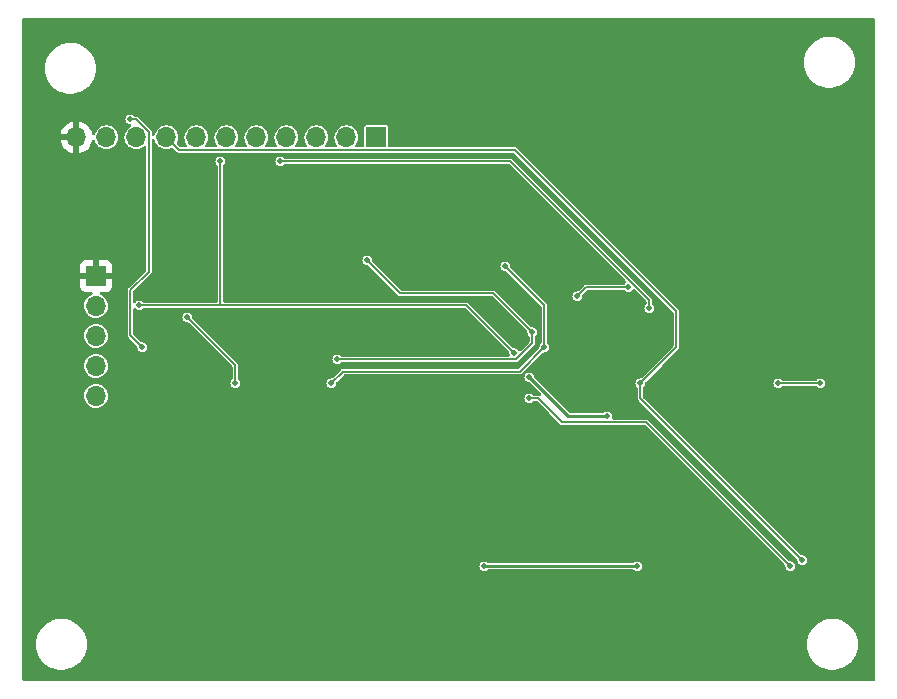
<source format=gbr>
%TF.GenerationSoftware,KiCad,Pcbnew,(6.0.7)*%
%TF.CreationDate,2023-07-12T23:11:50-05:00*%
%TF.ProjectId,UKDAQ,554b4441-512e-46b6-9963-61645f706362,rev?*%
%TF.SameCoordinates,Original*%
%TF.FileFunction,Copper,L2,Bot*%
%TF.FilePolarity,Positive*%
%FSLAX46Y46*%
G04 Gerber Fmt 4.6, Leading zero omitted, Abs format (unit mm)*
G04 Created by KiCad (PCBNEW (6.0.7)) date 2023-07-12 23:11:50*
%MOMM*%
%LPD*%
G01*
G04 APERTURE LIST*
%TA.AperFunction,ComponentPad*%
%ADD10R,1.700000X1.700000*%
%TD*%
%TA.AperFunction,ComponentPad*%
%ADD11O,1.700000X1.700000*%
%TD*%
%TA.AperFunction,ViaPad*%
%ADD12C,0.508000*%
%TD*%
%TA.AperFunction,Conductor*%
%ADD13C,0.228600*%
%TD*%
%TA.AperFunction,Conductor*%
%ADD14C,0.152400*%
%TD*%
G04 APERTURE END LIST*
D10*
%TO.P,J1,1,Pin_1*%
%TO.N,GND*%
X86000000Y-102925000D03*
D11*
%TO.P,J1,2,Pin_2*%
%TO.N,/nRESET*%
X86000000Y-105465000D03*
%TO.P,J1,3,Pin_3*%
%TO.N,VCC*%
X86000000Y-108005000D03*
%TO.P,J1,4,Pin_4*%
%TO.N,/RX{slash}SWCLK-VCC*%
X86000000Y-110545000D03*
%TO.P,J1,5,Pin_5*%
%TO.N,/TX{slash}SWDIO-VCC*%
X86000000Y-113085000D03*
%TD*%
D10*
%TO.P,J2,1,Pin_1*%
%TO.N,/RX{slash}SWCLK-VDD*%
X109728000Y-91186000D03*
D11*
%TO.P,J2,2,Pin_2*%
%TO.N,/TX{slash}SWDIO-VDD*%
X107188000Y-91186000D03*
%TO.P,J2,3,Pin_3*%
%TO.N,/RX{slash}SWCLK-VCC*%
X104648000Y-91186000D03*
%TO.P,J2,4,Pin_4*%
%TO.N,/TX{slash}SWDIO-VCC*%
X102108000Y-91186000D03*
%TO.P,J2,5,Pin_5*%
%TO.N,/SDA*%
X99568000Y-91186000D03*
%TO.P,J2,6,Pin_6*%
%TO.N,/SCL*%
X97028000Y-91186000D03*
%TO.P,J2,7,Pin_7*%
%TO.N,/nRESET*%
X94488000Y-91186000D03*
%TO.P,J2,8,Pin_8*%
%TO.N,/BNO_INTERRUPT*%
X91948000Y-91186000D03*
%TO.P,J2,9,Pin_9*%
%TO.N,VDD*%
X89408000Y-91186000D03*
%TO.P,J2,10,Pin_10*%
%TO.N,VCC*%
X86868000Y-91186000D03*
%TO.P,J2,11,Pin_11*%
%TO.N,GND*%
X84328000Y-91186000D03*
%TD*%
D12*
%TO.N,GND*%
X113284000Y-115570000D03*
X124714000Y-106934000D03*
X88392000Y-122936000D03*
X133604000Y-85598000D03*
X137668000Y-108966000D03*
X111760000Y-131826000D03*
X123190000Y-123698000D03*
X111506000Y-97790000D03*
X146558000Y-104902000D03*
X112268000Y-107696000D03*
X99060000Y-85344000D03*
X93472000Y-99314000D03*
X135128000Y-132588000D03*
%TO.N,VDD*%
X118872000Y-127508000D03*
X122682000Y-111506000D03*
X129286000Y-114808000D03*
X131826000Y-127508000D03*
%TO.N,/nRESET*%
X121412000Y-109474000D03*
X144780000Y-127508000D03*
X89662000Y-105410000D03*
X122682000Y-113284000D03*
X96520000Y-93218000D03*
%TO.N,/RX{slash}SWCLK-VCC*%
X97790000Y-112014000D03*
X93726000Y-106426000D03*
%TO.N,/TX{slash}SWDIO-VCC*%
X89916000Y-108966000D03*
X88900000Y-89662000D03*
%TO.N,/SCL*%
X147320000Y-112014000D03*
X143764000Y-112014000D03*
X126746000Y-104648000D03*
X131064000Y-103886000D03*
%TO.N,/SDA*%
X132842000Y-105664000D03*
X101600000Y-93218000D03*
%TO.N,/RX{slash}SWCLK-VDD*%
X120650000Y-102108000D03*
X105918000Y-112014000D03*
X123952000Y-108966000D03*
%TO.N,/TX{slash}SWDIO-VDD*%
X108966000Y-101600000D03*
X122936000Y-107696000D03*
X106426000Y-109982000D03*
%TO.N,/BNO_INTERRUPT*%
X145796000Y-127000000D03*
X132080000Y-112014000D03*
%TD*%
D13*
%TO.N,VDD*%
X125984000Y-114808000D02*
X122682000Y-111506000D01*
X129286000Y-114808000D02*
X125984000Y-114808000D01*
X118872000Y-127508000D02*
X131826000Y-127508000D01*
D14*
%TO.N,/nRESET*%
X144780000Y-127508000D02*
X132588000Y-115316000D01*
X132588000Y-115316000D02*
X125476000Y-115316000D01*
X89662000Y-105410000D02*
X96520000Y-105410000D01*
X96520000Y-105410000D02*
X117348000Y-105410000D01*
X96520000Y-93218000D02*
X96520000Y-105410000D01*
X123444000Y-113284000D02*
X122682000Y-113284000D01*
X117348000Y-105410000D02*
X121412000Y-109474000D01*
X125476000Y-115316000D02*
X123444000Y-113284000D01*
%TO.N,/RX{slash}SWCLK-VCC*%
X93726000Y-106426000D02*
X97790000Y-110490000D01*
X97790000Y-110490000D02*
X97790000Y-112014000D01*
%TO.N,/TX{slash}SWDIO-VCC*%
X88900000Y-89662000D02*
X89409371Y-89662000D01*
X90486600Y-90739229D02*
X90486600Y-102553400D01*
X88900000Y-107950000D02*
X89916000Y-108966000D01*
X88900000Y-104140000D02*
X88900000Y-107950000D01*
X89409371Y-89662000D02*
X90486600Y-90739229D01*
X90486600Y-102553400D02*
X88900000Y-104140000D01*
%TO.N,/SCL*%
X143764000Y-112014000D02*
X147320000Y-112014000D01*
X127508000Y-103886000D02*
X126746000Y-104648000D01*
X131064000Y-103886000D02*
X127508000Y-103886000D01*
%TO.N,/SDA*%
X132842000Y-104981500D02*
X132842000Y-105664000D01*
X101600000Y-93218000D02*
X121078500Y-93218000D01*
X121078500Y-93218000D02*
X132842000Y-104981500D01*
%TO.N,/RX{slash}SWCLK-VDD*%
X120650000Y-102108000D02*
X123952000Y-105410000D01*
X106908600Y-111023400D02*
X121894600Y-111023400D01*
X121894600Y-111023400D02*
X123952000Y-108966000D01*
X105918000Y-112014000D02*
X106908600Y-111023400D01*
X123952000Y-105410000D02*
X123952000Y-108966000D01*
%TO.N,/TX{slash}SWDIO-VDD*%
X111760000Y-104394000D02*
X119634000Y-104394000D01*
X106426000Y-109982000D02*
X121586500Y-109982000D01*
X121586500Y-109982000D02*
X122936000Y-108632500D01*
X122936000Y-108632500D02*
X122936000Y-107696000D01*
X119634000Y-104394000D02*
X122936000Y-107696000D01*
X108966000Y-101600000D02*
X111760000Y-104394000D01*
%TO.N,/BNO_INTERRUPT*%
X93026600Y-92264600D02*
X121474600Y-92264600D01*
X132080000Y-113284000D02*
X132080000Y-112014000D01*
X135128000Y-108966000D02*
X132080000Y-112014000D01*
X121474600Y-92264600D02*
X135128000Y-105918000D01*
X91948000Y-91186000D02*
X93026600Y-92264600D01*
X135128000Y-105918000D02*
X135128000Y-108966000D01*
X145796000Y-127000000D02*
X132080000Y-113284000D01*
%TD*%
%TA.AperFunction,Conductor*%
%TO.N,GND*%
G36*
X151902121Y-81090002D02*
G01*
X151948614Y-81143658D01*
X151960000Y-81196000D01*
X151960000Y-137133878D01*
X151939998Y-137201999D01*
X151886342Y-137248492D01*
X151833879Y-137259878D01*
X86253660Y-137196305D01*
X79875878Y-137190122D01*
X79807777Y-137170054D01*
X79761336Y-137116353D01*
X79750000Y-137064122D01*
X79750000Y-134089403D01*
X80900187Y-134089403D01*
X80917085Y-134382460D01*
X80917910Y-134386665D01*
X80917911Y-134386673D01*
X80950513Y-134552845D01*
X80973599Y-134670514D01*
X80974986Y-134674565D01*
X80974987Y-134674569D01*
X81067294Y-134944177D01*
X81067298Y-134944186D01*
X81068683Y-134948232D01*
X81200578Y-135210476D01*
X81203004Y-135214005D01*
X81203007Y-135214011D01*
X81242678Y-135271732D01*
X81366844Y-135452394D01*
X81564403Y-135669509D01*
X81567684Y-135672252D01*
X81786308Y-135855051D01*
X81786313Y-135855055D01*
X81789600Y-135857803D01*
X81913934Y-135935798D01*
X82034628Y-136011509D01*
X82034632Y-136011511D01*
X82038268Y-136013792D01*
X82042178Y-136015557D01*
X82042179Y-136015558D01*
X82301894Y-136132824D01*
X82301898Y-136132826D01*
X82305806Y-136134590D01*
X82309925Y-136135810D01*
X82583149Y-136216743D01*
X82583153Y-136216744D01*
X82587262Y-136217961D01*
X82591496Y-136218609D01*
X82591501Y-136218610D01*
X82848363Y-136257915D01*
X82877429Y-136262363D01*
X83026852Y-136264710D01*
X83166646Y-136266907D01*
X83166652Y-136266907D01*
X83170937Y-136266974D01*
X83462356Y-136231708D01*
X83746292Y-136157219D01*
X83750252Y-136155579D01*
X83750257Y-136155577D01*
X83896272Y-136095095D01*
X84017492Y-136044884D01*
X84270937Y-135896783D01*
X84501938Y-135715655D01*
X84543999Y-135672252D01*
X84703236Y-135507931D01*
X84706219Y-135504853D01*
X84708752Y-135501405D01*
X84708756Y-135501400D01*
X84877463Y-135271732D01*
X84880001Y-135268277D01*
X85020069Y-135010305D01*
X85123829Y-134735711D01*
X85189363Y-134449575D01*
X85215458Y-134157192D01*
X85215931Y-134112000D01*
X85214682Y-134093683D01*
X85214390Y-134089403D01*
X146178187Y-134089403D01*
X146195085Y-134382460D01*
X146195910Y-134386665D01*
X146195911Y-134386673D01*
X146228513Y-134552845D01*
X146251599Y-134670514D01*
X146252986Y-134674565D01*
X146252987Y-134674569D01*
X146345294Y-134944177D01*
X146345298Y-134944186D01*
X146346683Y-134948232D01*
X146478578Y-135210476D01*
X146481004Y-135214005D01*
X146481007Y-135214011D01*
X146520678Y-135271732D01*
X146644844Y-135452394D01*
X146842403Y-135669509D01*
X146845684Y-135672252D01*
X147064308Y-135855051D01*
X147064313Y-135855055D01*
X147067600Y-135857803D01*
X147191934Y-135935798D01*
X147312628Y-136011509D01*
X147312632Y-136011511D01*
X147316268Y-136013792D01*
X147320178Y-136015557D01*
X147320179Y-136015558D01*
X147579894Y-136132824D01*
X147579898Y-136132826D01*
X147583806Y-136134590D01*
X147587925Y-136135810D01*
X147861149Y-136216743D01*
X147861153Y-136216744D01*
X147865262Y-136217961D01*
X147869496Y-136218609D01*
X147869501Y-136218610D01*
X148126363Y-136257915D01*
X148155429Y-136262363D01*
X148304852Y-136264710D01*
X148444646Y-136266907D01*
X148444652Y-136266907D01*
X148448937Y-136266974D01*
X148740356Y-136231708D01*
X149024292Y-136157219D01*
X149028252Y-136155579D01*
X149028257Y-136155577D01*
X149174272Y-136095095D01*
X149295492Y-136044884D01*
X149548937Y-135896783D01*
X149779938Y-135715655D01*
X149821999Y-135672252D01*
X149981236Y-135507931D01*
X149984219Y-135504853D01*
X149986752Y-135501405D01*
X149986756Y-135501400D01*
X150155463Y-135271732D01*
X150158001Y-135268277D01*
X150298069Y-135010305D01*
X150401829Y-134735711D01*
X150467363Y-134449575D01*
X150493458Y-134157192D01*
X150493931Y-134112000D01*
X150492682Y-134093683D01*
X150474257Y-133823412D01*
X150474256Y-133823406D01*
X150473965Y-133819135D01*
X150414438Y-133531690D01*
X150408225Y-133514143D01*
X150317882Y-133259023D01*
X150316451Y-133254982D01*
X150181817Y-132994133D01*
X150165824Y-132971377D01*
X150015491Y-132757475D01*
X150015486Y-132757469D01*
X150013027Y-132753970D01*
X149813205Y-132538936D01*
X149809889Y-132536222D01*
X149809886Y-132536219D01*
X149589367Y-132355725D01*
X149589360Y-132355720D01*
X149586049Y-132353010D01*
X149335761Y-132199634D01*
X149331825Y-132197906D01*
X149070901Y-132083368D01*
X149070898Y-132083367D01*
X149066973Y-132081644D01*
X148784659Y-132001225D01*
X148780417Y-132000621D01*
X148780411Y-132000620D01*
X148498294Y-131960469D01*
X148494043Y-131959864D01*
X148339296Y-131959054D01*
X148204788Y-131958349D01*
X148204782Y-131958349D01*
X148200502Y-131958327D01*
X148196258Y-131958886D01*
X148196254Y-131958886D01*
X148068262Y-131975737D01*
X147909469Y-131996642D01*
X147905329Y-131997775D01*
X147905327Y-131997775D01*
X147892716Y-132001225D01*
X147626328Y-132074101D01*
X147356320Y-132189269D01*
X147104440Y-132340017D01*
X147101094Y-132342697D01*
X147101092Y-132342699D01*
X147088222Y-132353010D01*
X146875348Y-132523553D01*
X146673286Y-132736483D01*
X146501990Y-132974866D01*
X146364632Y-133234290D01*
X146263752Y-133509956D01*
X146262839Y-133514142D01*
X146262839Y-133514143D01*
X146202132Y-133792573D01*
X146202131Y-133792581D01*
X146201219Y-133796763D01*
X146178187Y-134089403D01*
X85214390Y-134089403D01*
X85196257Y-133823412D01*
X85196256Y-133823406D01*
X85195965Y-133819135D01*
X85136438Y-133531690D01*
X85130225Y-133514143D01*
X85039882Y-133259023D01*
X85038451Y-133254982D01*
X84903817Y-132994133D01*
X84887824Y-132971377D01*
X84737491Y-132757475D01*
X84737486Y-132757469D01*
X84735027Y-132753970D01*
X84535205Y-132538936D01*
X84531889Y-132536222D01*
X84531886Y-132536219D01*
X84311367Y-132355725D01*
X84311360Y-132355720D01*
X84308049Y-132353010D01*
X84057761Y-132199634D01*
X84053825Y-132197906D01*
X83792901Y-132083368D01*
X83792898Y-132083367D01*
X83788973Y-132081644D01*
X83506659Y-132001225D01*
X83502417Y-132000621D01*
X83502411Y-132000620D01*
X83220294Y-131960469D01*
X83216043Y-131959864D01*
X83061296Y-131959054D01*
X82926788Y-131958349D01*
X82926782Y-131958349D01*
X82922502Y-131958327D01*
X82918258Y-131958886D01*
X82918254Y-131958886D01*
X82790262Y-131975737D01*
X82631469Y-131996642D01*
X82627329Y-131997775D01*
X82627327Y-131997775D01*
X82614716Y-132001225D01*
X82348328Y-132074101D01*
X82078320Y-132189269D01*
X81826440Y-132340017D01*
X81823094Y-132342697D01*
X81823092Y-132342699D01*
X81810222Y-132353010D01*
X81597348Y-132523553D01*
X81395286Y-132736483D01*
X81223990Y-132974866D01*
X81086632Y-133234290D01*
X80985752Y-133509956D01*
X80984839Y-133514142D01*
X80984839Y-133514143D01*
X80924132Y-133792573D01*
X80924131Y-133792581D01*
X80923219Y-133796763D01*
X80900187Y-134089403D01*
X79750000Y-134089403D01*
X79750000Y-127508000D01*
X118460028Y-127508000D01*
X118480191Y-127635306D01*
X118538708Y-127750151D01*
X118629849Y-127841292D01*
X118744694Y-127899809D01*
X118872000Y-127919972D01*
X118999306Y-127899809D01*
X119114151Y-127841292D01*
X119143338Y-127812105D01*
X119205650Y-127778079D01*
X119232433Y-127775200D01*
X131465567Y-127775200D01*
X131533688Y-127795202D01*
X131554662Y-127812105D01*
X131583849Y-127841292D01*
X131698694Y-127899809D01*
X131826000Y-127919972D01*
X131953306Y-127899809D01*
X132068151Y-127841292D01*
X132159292Y-127750151D01*
X132217809Y-127635306D01*
X132237972Y-127508000D01*
X132217809Y-127380694D01*
X132159292Y-127265849D01*
X132068151Y-127174708D01*
X131953306Y-127116191D01*
X131826000Y-127096028D01*
X131698694Y-127116191D01*
X131583849Y-127174708D01*
X131554662Y-127203895D01*
X131492350Y-127237921D01*
X131465567Y-127240800D01*
X119232433Y-127240800D01*
X119164312Y-127220798D01*
X119143338Y-127203895D01*
X119114151Y-127174708D01*
X118999306Y-127116191D01*
X118872000Y-127096028D01*
X118744694Y-127116191D01*
X118629849Y-127174708D01*
X118538708Y-127265849D01*
X118480191Y-127380694D01*
X118460028Y-127508000D01*
X79750000Y-127508000D01*
X79750000Y-113070930D01*
X84992345Y-113070930D01*
X84995889Y-113113138D01*
X85005368Y-113226008D01*
X85008803Y-113266919D01*
X85010502Y-113272844D01*
X85060540Y-113447346D01*
X85063015Y-113455979D01*
X85065830Y-113461456D01*
X85065831Y-113461459D01*
X85142315Y-113610281D01*
X85152916Y-113630908D01*
X85156739Y-113635732D01*
X85156742Y-113635736D01*
X85188504Y-113675809D01*
X85275083Y-113785044D01*
X85424862Y-113912516D01*
X85596547Y-114008467D01*
X85783600Y-114069244D01*
X85978895Y-114092532D01*
X85985030Y-114092060D01*
X85985032Y-114092060D01*
X86168852Y-114077916D01*
X86168856Y-114077915D01*
X86174994Y-114077443D01*
X86364428Y-114024552D01*
X86369932Y-114021772D01*
X86369934Y-114021771D01*
X86534480Y-113938653D01*
X86534482Y-113938652D01*
X86539981Y-113935874D01*
X86694966Y-113814786D01*
X86698992Y-113810122D01*
X86698995Y-113810119D01*
X86819451Y-113670569D01*
X86819452Y-113670567D01*
X86823480Y-113665901D01*
X86920628Y-113494890D01*
X86982710Y-113308266D01*
X86985775Y-113284000D01*
X122270028Y-113284000D01*
X122290191Y-113411306D01*
X122348708Y-113526151D01*
X122439849Y-113617292D01*
X122554694Y-113675809D01*
X122682000Y-113695972D01*
X122809306Y-113675809D01*
X122924151Y-113617292D01*
X122991438Y-113550005D01*
X123053750Y-113515979D01*
X123080533Y-113513100D01*
X123296914Y-113513100D01*
X123365035Y-113533102D01*
X123386009Y-113550005D01*
X124356801Y-114520798D01*
X125307425Y-115471422D01*
X125311966Y-115476206D01*
X125338330Y-115505486D01*
X125357286Y-115513926D01*
X125374658Y-115523358D01*
X125380957Y-115527449D01*
X125380959Y-115527450D01*
X125392064Y-115534661D01*
X125405143Y-115536732D01*
X125410058Y-115538619D01*
X125415204Y-115539713D01*
X125427303Y-115545100D01*
X125448053Y-115545100D01*
X125467764Y-115546651D01*
X125475181Y-115547826D01*
X125475182Y-115547826D01*
X125488258Y-115549897D01*
X125501047Y-115546470D01*
X125514275Y-115545777D01*
X125514298Y-115546213D01*
X125522750Y-115545100D01*
X132440914Y-115545100D01*
X132509035Y-115565102D01*
X132530009Y-115582005D01*
X144334660Y-127386657D01*
X144368686Y-127448969D01*
X144370013Y-127495466D01*
X144368028Y-127508000D01*
X144388191Y-127635306D01*
X144446708Y-127750151D01*
X144537849Y-127841292D01*
X144652694Y-127899809D01*
X144780000Y-127919972D01*
X144907306Y-127899809D01*
X145022151Y-127841292D01*
X145113292Y-127750151D01*
X145171809Y-127635306D01*
X145191972Y-127508000D01*
X145171809Y-127380694D01*
X145113292Y-127265849D01*
X145022151Y-127174708D01*
X144907306Y-127116191D01*
X144780000Y-127096028D01*
X144770208Y-127097579D01*
X144770203Y-127097579D01*
X144767463Y-127098013D01*
X144764104Y-127097579D01*
X144760289Y-127097579D01*
X144760289Y-127097086D01*
X144697052Y-127088915D01*
X144658656Y-127062660D01*
X132756575Y-115160578D01*
X132752034Y-115155794D01*
X132725670Y-115126514D01*
X132706714Y-115118074D01*
X132689342Y-115108642D01*
X132683043Y-115104551D01*
X132683041Y-115104550D01*
X132671936Y-115097339D01*
X132658857Y-115095268D01*
X132653942Y-115093381D01*
X132648796Y-115092287D01*
X132636697Y-115086900D01*
X132615947Y-115086900D01*
X132596236Y-115085349D01*
X132588819Y-115084174D01*
X132588818Y-115084174D01*
X132575742Y-115082103D01*
X132562953Y-115085530D01*
X132549725Y-115086223D01*
X132549702Y-115085787D01*
X132541250Y-115086900D01*
X129800346Y-115086900D01*
X129732225Y-115066898D01*
X129685732Y-115013242D01*
X129675628Y-114942968D01*
X129677075Y-114936747D01*
X129677809Y-114935306D01*
X129697972Y-114808000D01*
X129677809Y-114680694D01*
X129619292Y-114565849D01*
X129528151Y-114474708D01*
X129413306Y-114416191D01*
X129286000Y-114396028D01*
X129158694Y-114416191D01*
X129043849Y-114474708D01*
X129014662Y-114503895D01*
X128952350Y-114537921D01*
X128925567Y-114540800D01*
X126146867Y-114540800D01*
X126078746Y-114520798D01*
X126057772Y-114503895D01*
X123129326Y-111575448D01*
X123095300Y-111513136D01*
X123094524Y-111505913D01*
X123093972Y-111506000D01*
X123075360Y-111388487D01*
X123073809Y-111378694D01*
X123015292Y-111263849D01*
X122924151Y-111172708D01*
X122809306Y-111114191D01*
X122682000Y-111094028D01*
X122554694Y-111114191D01*
X122439849Y-111172708D01*
X122348708Y-111263849D01*
X122290191Y-111378694D01*
X122270028Y-111506000D01*
X122271579Y-111515793D01*
X122274745Y-111535785D01*
X122290191Y-111633306D01*
X122348708Y-111748151D01*
X122439849Y-111839292D01*
X122554694Y-111897809D01*
X122564487Y-111899360D01*
X122682000Y-111917972D01*
X122681362Y-111922002D01*
X122730474Y-111936423D01*
X122751448Y-111953326D01*
X123658126Y-112860004D01*
X123692152Y-112922316D01*
X123687087Y-112993131D01*
X123644540Y-113049967D01*
X123578020Y-113074778D01*
X123531920Y-113067926D01*
X123527936Y-113065339D01*
X123514853Y-113063267D01*
X123509939Y-113061381D01*
X123504798Y-113060288D01*
X123492697Y-113054900D01*
X123471947Y-113054900D01*
X123452236Y-113053349D01*
X123444819Y-113052174D01*
X123444818Y-113052174D01*
X123431742Y-113050103D01*
X123418953Y-113053530D01*
X123405725Y-113054223D01*
X123405702Y-113053787D01*
X123397250Y-113054900D01*
X123080533Y-113054900D01*
X123012412Y-113034898D01*
X122991438Y-113017995D01*
X122924151Y-112950708D01*
X122809306Y-112892191D01*
X122682000Y-112872028D01*
X122554694Y-112892191D01*
X122439849Y-112950708D01*
X122348708Y-113041849D01*
X122290191Y-113156694D01*
X122270028Y-113284000D01*
X86985775Y-113284000D01*
X87007360Y-113113138D01*
X87007753Y-113085000D01*
X86988561Y-112889260D01*
X86931714Y-112700975D01*
X86839379Y-112527318D01*
X86835489Y-112522548D01*
X86835486Y-112522544D01*
X86718967Y-112379678D01*
X86718964Y-112379675D01*
X86715072Y-112374903D01*
X86698422Y-112361129D01*
X86568278Y-112253464D01*
X86568274Y-112253462D01*
X86563528Y-112249535D01*
X86390520Y-112155990D01*
X86202637Y-112097830D01*
X86196519Y-112097187D01*
X86196514Y-112097186D01*
X86013164Y-112077916D01*
X86013162Y-112077916D01*
X86007035Y-112077272D01*
X85924199Y-112084810D01*
X85817305Y-112094538D01*
X85817302Y-112094539D01*
X85811166Y-112095097D01*
X85622489Y-112150628D01*
X85448192Y-112241748D01*
X85294912Y-112364988D01*
X85290954Y-112369705D01*
X85290952Y-112369707D01*
X85255017Y-112412533D01*
X85168489Y-112515653D01*
X85073739Y-112688004D01*
X85071878Y-112693871D01*
X85071877Y-112693873D01*
X85069624Y-112700975D01*
X85014269Y-112875476D01*
X84992345Y-113070930D01*
X79750000Y-113070930D01*
X79750000Y-110530930D01*
X84992345Y-110530930D01*
X85008803Y-110726919D01*
X85010502Y-110732844D01*
X85056845Y-110894460D01*
X85063015Y-110915979D01*
X85065830Y-110921456D01*
X85065831Y-110921459D01*
X85150101Y-111085431D01*
X85152916Y-111090908D01*
X85156739Y-111095732D01*
X85156742Y-111095736D01*
X85210904Y-111164071D01*
X85275083Y-111245044D01*
X85279777Y-111249038D01*
X85279777Y-111249039D01*
X85307558Y-111272682D01*
X85424862Y-111372516D01*
X85596547Y-111468467D01*
X85783600Y-111529244D01*
X85978895Y-111552532D01*
X85985030Y-111552060D01*
X85985032Y-111552060D01*
X86168852Y-111537916D01*
X86168856Y-111537915D01*
X86174994Y-111537443D01*
X86364428Y-111484552D01*
X86369932Y-111481772D01*
X86369934Y-111481771D01*
X86534480Y-111398653D01*
X86534482Y-111398652D01*
X86539981Y-111395874D01*
X86694966Y-111274786D01*
X86698992Y-111270122D01*
X86698995Y-111270119D01*
X86819451Y-111130569D01*
X86819452Y-111130567D01*
X86823480Y-111125901D01*
X86920628Y-110954890D01*
X86982710Y-110768266D01*
X87007360Y-110573138D01*
X87007753Y-110545000D01*
X86988561Y-110349260D01*
X86931714Y-110160975D01*
X86839379Y-109987318D01*
X86835489Y-109982548D01*
X86835486Y-109982544D01*
X86718967Y-109839678D01*
X86718964Y-109839675D01*
X86715072Y-109834903D01*
X86698422Y-109821129D01*
X86568278Y-109713464D01*
X86568274Y-109713462D01*
X86563528Y-109709535D01*
X86390520Y-109615990D01*
X86202637Y-109557830D01*
X86196519Y-109557187D01*
X86196514Y-109557186D01*
X86013164Y-109537916D01*
X86013162Y-109537916D01*
X86007035Y-109537272D01*
X85924199Y-109544810D01*
X85817305Y-109554538D01*
X85817302Y-109554539D01*
X85811166Y-109555097D01*
X85622489Y-109610628D01*
X85448192Y-109701748D01*
X85294912Y-109824988D01*
X85290954Y-109829705D01*
X85290952Y-109829707D01*
X85261768Y-109864487D01*
X85168489Y-109975653D01*
X85073739Y-110148004D01*
X85071878Y-110153871D01*
X85071877Y-110153873D01*
X85053724Y-110211100D01*
X85014269Y-110335476D01*
X84992345Y-110530930D01*
X79750000Y-110530930D01*
X79750000Y-107990930D01*
X84992345Y-107990930D01*
X84995820Y-108032311D01*
X85005288Y-108145056D01*
X85008803Y-108186919D01*
X85063015Y-108375979D01*
X85065830Y-108381456D01*
X85065831Y-108381459D01*
X85150101Y-108545431D01*
X85152916Y-108550908D01*
X85156739Y-108555732D01*
X85156742Y-108555736D01*
X85239736Y-108660447D01*
X85275083Y-108705044D01*
X85279777Y-108709038D01*
X85279777Y-108709039D01*
X85408880Y-108818914D01*
X85424862Y-108832516D01*
X85596547Y-108928467D01*
X85783600Y-108989244D01*
X85978895Y-109012532D01*
X85985030Y-109012060D01*
X85985032Y-109012060D01*
X86168852Y-108997916D01*
X86168856Y-108997915D01*
X86174994Y-108997443D01*
X86364428Y-108944552D01*
X86369932Y-108941772D01*
X86369934Y-108941771D01*
X86534480Y-108858653D01*
X86534482Y-108858652D01*
X86539981Y-108855874D01*
X86694966Y-108734786D01*
X86698992Y-108730122D01*
X86698995Y-108730119D01*
X86819451Y-108590569D01*
X86819452Y-108590567D01*
X86823480Y-108585901D01*
X86920628Y-108414890D01*
X86982710Y-108228266D01*
X87007360Y-108033138D01*
X87007753Y-108005000D01*
X86988561Y-107809260D01*
X86931714Y-107620975D01*
X86885546Y-107534146D01*
X86842273Y-107452760D01*
X86842271Y-107452757D01*
X86839379Y-107447318D01*
X86835489Y-107442548D01*
X86835486Y-107442544D01*
X86718967Y-107299678D01*
X86718964Y-107299675D01*
X86715072Y-107294903D01*
X86704326Y-107286013D01*
X86568278Y-107173464D01*
X86568274Y-107173462D01*
X86563528Y-107169535D01*
X86390520Y-107075990D01*
X86202637Y-107017830D01*
X86196519Y-107017187D01*
X86196514Y-107017186D01*
X86013164Y-106997916D01*
X86013162Y-106997916D01*
X86007035Y-106997272D01*
X85924199Y-107004810D01*
X85817305Y-107014538D01*
X85817302Y-107014539D01*
X85811166Y-107015097D01*
X85622489Y-107070628D01*
X85448192Y-107161748D01*
X85294912Y-107284988D01*
X85290954Y-107289705D01*
X85290952Y-107289707D01*
X85280100Y-107302640D01*
X85168489Y-107435653D01*
X85073739Y-107608004D01*
X85071878Y-107613871D01*
X85071877Y-107613873D01*
X85069917Y-107620053D01*
X85014269Y-107795476D01*
X84992345Y-107990930D01*
X79750000Y-107990930D01*
X79750000Y-103819669D01*
X84642001Y-103819669D01*
X84642371Y-103826490D01*
X84647895Y-103877352D01*
X84651521Y-103892604D01*
X84696676Y-104013054D01*
X84705214Y-104028649D01*
X84781715Y-104130724D01*
X84794276Y-104143285D01*
X84896351Y-104219786D01*
X84911946Y-104228324D01*
X85032394Y-104273478D01*
X85047649Y-104277105D01*
X85098514Y-104282631D01*
X85105328Y-104283000D01*
X85589477Y-104283000D01*
X85657598Y-104303002D01*
X85704091Y-104356658D01*
X85714195Y-104426932D01*
X85684701Y-104491512D01*
X85633301Y-104524564D01*
X85634115Y-104526579D01*
X85628398Y-104528889D01*
X85622489Y-104530628D01*
X85448192Y-104621748D01*
X85294912Y-104744988D01*
X85290954Y-104749705D01*
X85290952Y-104749707D01*
X85250283Y-104798175D01*
X85168489Y-104895653D01*
X85073739Y-105068004D01*
X85071878Y-105073871D01*
X85071877Y-105073873D01*
X85071077Y-105076396D01*
X85014269Y-105255476D01*
X84992345Y-105450930D01*
X85008803Y-105646919D01*
X85010502Y-105652844D01*
X85058999Y-105821972D01*
X85063015Y-105835979D01*
X85065830Y-105841456D01*
X85065831Y-105841459D01*
X85106549Y-105920688D01*
X85152916Y-106010908D01*
X85156739Y-106015732D01*
X85156742Y-106015736D01*
X85188504Y-106055809D01*
X85275083Y-106165044D01*
X85279777Y-106169038D01*
X85279777Y-106169039D01*
X85307558Y-106192682D01*
X85424862Y-106292516D01*
X85596547Y-106388467D01*
X85783600Y-106449244D01*
X85978895Y-106472532D01*
X85985030Y-106472060D01*
X85985032Y-106472060D01*
X86168852Y-106457916D01*
X86168856Y-106457915D01*
X86174994Y-106457443D01*
X86364428Y-106404552D01*
X86369932Y-106401772D01*
X86369934Y-106401771D01*
X86534480Y-106318653D01*
X86534482Y-106318652D01*
X86539981Y-106315874D01*
X86694966Y-106194786D01*
X86698992Y-106190122D01*
X86698995Y-106190119D01*
X86819451Y-106050569D01*
X86819452Y-106050567D01*
X86823480Y-106045901D01*
X86842230Y-106012896D01*
X86855077Y-105990281D01*
X86920628Y-105874890D01*
X86982710Y-105688266D01*
X87007360Y-105493138D01*
X87007753Y-105465000D01*
X86988561Y-105269260D01*
X86931714Y-105080975D01*
X86881104Y-104985792D01*
X86842273Y-104912760D01*
X86842271Y-104912757D01*
X86839379Y-104907318D01*
X86835489Y-104902548D01*
X86835486Y-104902544D01*
X86718967Y-104759678D01*
X86718964Y-104759675D01*
X86715072Y-104754903D01*
X86698422Y-104741129D01*
X86568278Y-104633464D01*
X86568274Y-104633462D01*
X86563528Y-104629535D01*
X86390520Y-104535990D01*
X86369115Y-104529364D01*
X86309956Y-104490111D01*
X86281410Y-104425106D01*
X86292539Y-104354988D01*
X86339811Y-104302017D01*
X86406376Y-104282999D01*
X86894669Y-104282999D01*
X86901490Y-104282629D01*
X86952352Y-104277105D01*
X86967604Y-104273479D01*
X87088054Y-104228324D01*
X87103649Y-104219786D01*
X87205724Y-104143285D01*
X87218285Y-104130724D01*
X87294786Y-104028649D01*
X87303324Y-104013054D01*
X87348478Y-103892606D01*
X87352105Y-103877351D01*
X87357631Y-103826486D01*
X87358000Y-103819672D01*
X87358000Y-103197115D01*
X87353525Y-103181876D01*
X87352135Y-103180671D01*
X87344452Y-103179000D01*
X84660116Y-103179000D01*
X84644877Y-103183475D01*
X84643672Y-103184865D01*
X84642001Y-103192548D01*
X84642001Y-103819669D01*
X79750000Y-103819669D01*
X79750000Y-102652885D01*
X84642000Y-102652885D01*
X84646475Y-102668124D01*
X84647865Y-102669329D01*
X84655548Y-102671000D01*
X85727885Y-102671000D01*
X85743124Y-102666525D01*
X85744329Y-102665135D01*
X85746000Y-102657452D01*
X85746000Y-102652885D01*
X86254000Y-102652885D01*
X86258475Y-102668124D01*
X86259865Y-102669329D01*
X86267548Y-102671000D01*
X87339884Y-102671000D01*
X87355123Y-102666525D01*
X87356328Y-102665135D01*
X87357999Y-102657452D01*
X87357999Y-102030331D01*
X87357629Y-102023510D01*
X87352105Y-101972648D01*
X87348479Y-101957396D01*
X87303324Y-101836946D01*
X87294786Y-101821351D01*
X87218285Y-101719276D01*
X87205724Y-101706715D01*
X87103649Y-101630214D01*
X87088054Y-101621676D01*
X86967606Y-101576522D01*
X86952351Y-101572895D01*
X86901486Y-101567369D01*
X86894672Y-101567000D01*
X86272115Y-101567000D01*
X86256876Y-101571475D01*
X86255671Y-101572865D01*
X86254000Y-101580548D01*
X86254000Y-102652885D01*
X85746000Y-102652885D01*
X85746000Y-101585116D01*
X85741525Y-101569877D01*
X85740135Y-101568672D01*
X85732452Y-101567001D01*
X85105331Y-101567001D01*
X85098510Y-101567371D01*
X85047648Y-101572895D01*
X85032396Y-101576521D01*
X84911946Y-101621676D01*
X84896351Y-101630214D01*
X84794276Y-101706715D01*
X84781715Y-101719276D01*
X84705214Y-101821351D01*
X84696676Y-101836946D01*
X84651522Y-101957394D01*
X84647895Y-101972649D01*
X84642369Y-102023514D01*
X84642000Y-102030328D01*
X84642000Y-102652885D01*
X79750000Y-102652885D01*
X79750000Y-91453966D01*
X82996257Y-91453966D01*
X83026565Y-91588446D01*
X83029645Y-91598275D01*
X83109770Y-91795603D01*
X83114413Y-91804794D01*
X83225694Y-91986388D01*
X83231777Y-91994699D01*
X83371213Y-92155667D01*
X83378580Y-92162883D01*
X83542434Y-92298916D01*
X83550881Y-92304831D01*
X83734756Y-92412279D01*
X83744042Y-92416729D01*
X83943001Y-92492703D01*
X83952899Y-92495579D01*
X84056250Y-92516606D01*
X84070299Y-92515410D01*
X84074000Y-92505065D01*
X84074000Y-92504517D01*
X84582000Y-92504517D01*
X84586064Y-92518359D01*
X84599478Y-92520393D01*
X84606184Y-92519534D01*
X84616262Y-92517392D01*
X84820255Y-92456191D01*
X84829842Y-92452433D01*
X85021095Y-92358739D01*
X85029945Y-92353464D01*
X85203328Y-92229792D01*
X85211200Y-92223139D01*
X85362052Y-92072812D01*
X85368730Y-92064965D01*
X85493003Y-91892020D01*
X85498313Y-91883183D01*
X85592670Y-91692267D01*
X85596469Y-91682672D01*
X85658377Y-91478911D01*
X85659950Y-91471636D01*
X85693899Y-91409282D01*
X85756170Y-91375181D01*
X85826992Y-91380160D01*
X85883879Y-91422637D01*
X85904221Y-91463537D01*
X85931015Y-91556979D01*
X85933830Y-91562456D01*
X85933831Y-91562459D01*
X86015073Y-91720539D01*
X86020916Y-91731908D01*
X86024739Y-91736732D01*
X86024742Y-91736736D01*
X86048651Y-91766901D01*
X86143083Y-91886044D01*
X86147777Y-91890038D01*
X86147777Y-91890039D01*
X86250686Y-91977621D01*
X86292862Y-92013516D01*
X86298240Y-92016522D01*
X86298242Y-92016523D01*
X86332198Y-92035500D01*
X86464547Y-92109467D01*
X86651600Y-92170244D01*
X86846895Y-92193532D01*
X86853030Y-92193060D01*
X86853032Y-92193060D01*
X87036852Y-92178916D01*
X87036856Y-92178915D01*
X87042994Y-92178443D01*
X87232428Y-92125552D01*
X87237932Y-92122772D01*
X87237934Y-92122771D01*
X87402480Y-92039653D01*
X87402482Y-92039652D01*
X87407981Y-92036874D01*
X87562966Y-91915786D01*
X87566992Y-91911122D01*
X87566995Y-91911119D01*
X87687451Y-91771569D01*
X87687452Y-91771567D01*
X87691480Y-91766901D01*
X87788628Y-91595890D01*
X87850710Y-91409266D01*
X87875360Y-91214138D01*
X87875753Y-91186000D01*
X87874373Y-91171930D01*
X88400345Y-91171930D01*
X88403889Y-91214138D01*
X88411857Y-91309015D01*
X88416803Y-91367919D01*
X88418502Y-91373844D01*
X88444222Y-91463539D01*
X88471015Y-91556979D01*
X88473830Y-91562456D01*
X88473831Y-91562459D01*
X88555073Y-91720539D01*
X88560916Y-91731908D01*
X88564739Y-91736732D01*
X88564742Y-91736736D01*
X88588651Y-91766901D01*
X88683083Y-91886044D01*
X88687777Y-91890038D01*
X88687777Y-91890039D01*
X88790686Y-91977621D01*
X88832862Y-92013516D01*
X88838240Y-92016522D01*
X88838242Y-92016523D01*
X88872198Y-92035500D01*
X89004547Y-92109467D01*
X89191600Y-92170244D01*
X89386895Y-92193532D01*
X89393030Y-92193060D01*
X89393032Y-92193060D01*
X89576852Y-92178916D01*
X89576856Y-92178915D01*
X89582994Y-92178443D01*
X89772428Y-92125552D01*
X89777932Y-92122772D01*
X89777934Y-92122771D01*
X89942480Y-92039653D01*
X89942482Y-92039652D01*
X89947981Y-92036874D01*
X89955880Y-92030703D01*
X90023821Y-91977621D01*
X90053927Y-91954100D01*
X90119921Y-91927922D01*
X90189591Y-91941579D01*
X90240818Y-91990735D01*
X90257500Y-92053389D01*
X90257500Y-102406314D01*
X90237498Y-102474435D01*
X90220595Y-102495409D01*
X88744578Y-103971425D01*
X88739794Y-103975966D01*
X88710514Y-104002330D01*
X88702074Y-104021286D01*
X88692642Y-104038658D01*
X88688551Y-104044957D01*
X88688550Y-104044959D01*
X88681339Y-104056064D01*
X88679268Y-104069143D01*
X88677381Y-104074058D01*
X88676287Y-104079204D01*
X88670900Y-104091303D01*
X88670900Y-104112053D01*
X88669349Y-104131764D01*
X88666103Y-104152258D01*
X88669530Y-104165047D01*
X88670223Y-104178275D01*
X88669787Y-104178298D01*
X88670900Y-104186750D01*
X88670900Y-107940718D01*
X88670727Y-107947312D01*
X88668666Y-107986639D01*
X88676103Y-108006014D01*
X88681715Y-108024962D01*
X88682636Y-108029292D01*
X88686031Y-108045265D01*
X88693813Y-108055976D01*
X88695954Y-108060784D01*
X88698823Y-108065201D01*
X88703568Y-108077564D01*
X88718239Y-108092235D01*
X88731080Y-108107269D01*
X88743278Y-108124058D01*
X88754745Y-108130678D01*
X88764588Y-108139541D01*
X88764296Y-108139866D01*
X88771060Y-108145056D01*
X89470660Y-108844656D01*
X89504686Y-108906968D01*
X89506013Y-108953463D01*
X89505579Y-108956203D01*
X89505579Y-108956207D01*
X89504028Y-108966000D01*
X89524191Y-109093306D01*
X89582708Y-109208151D01*
X89673849Y-109299292D01*
X89788694Y-109357809D01*
X89916000Y-109377972D01*
X90043306Y-109357809D01*
X90158151Y-109299292D01*
X90249292Y-109208151D01*
X90307809Y-109093306D01*
X90327972Y-108966000D01*
X90307809Y-108838694D01*
X90249292Y-108723849D01*
X90158151Y-108632708D01*
X90043306Y-108574191D01*
X89916000Y-108554028D01*
X89906208Y-108555579D01*
X89906206Y-108555579D01*
X89903466Y-108556013D01*
X89900107Y-108555579D01*
X89896289Y-108555579D01*
X89896289Y-108555086D01*
X89833055Y-108546916D01*
X89794656Y-108520660D01*
X89166004Y-107892007D01*
X89131979Y-107829695D01*
X89129100Y-107802912D01*
X89129100Y-106426000D01*
X93314028Y-106426000D01*
X93334191Y-106553306D01*
X93392708Y-106668151D01*
X93483849Y-106759292D01*
X93598694Y-106817809D01*
X93726000Y-106837972D01*
X93735792Y-106836421D01*
X93735797Y-106836421D01*
X93738537Y-106835987D01*
X93741896Y-106836421D01*
X93745711Y-106836421D01*
X93745711Y-106836914D01*
X93808948Y-106845085D01*
X93847344Y-106871340D01*
X95692440Y-108716437D01*
X97523995Y-110547992D01*
X97558021Y-110610304D01*
X97560900Y-110637087D01*
X97560900Y-111615467D01*
X97540898Y-111683588D01*
X97523995Y-111704562D01*
X97456708Y-111771849D01*
X97398191Y-111886694D01*
X97378028Y-112014000D01*
X97398191Y-112141306D01*
X97456708Y-112256151D01*
X97547849Y-112347292D01*
X97662694Y-112405809D01*
X97790000Y-112425972D01*
X97917306Y-112405809D01*
X98032151Y-112347292D01*
X98123292Y-112256151D01*
X98181809Y-112141306D01*
X98201972Y-112014000D01*
X105506028Y-112014000D01*
X105526191Y-112141306D01*
X105584708Y-112256151D01*
X105675849Y-112347292D01*
X105790694Y-112405809D01*
X105918000Y-112425972D01*
X106045306Y-112405809D01*
X106160151Y-112347292D01*
X106251292Y-112256151D01*
X106309809Y-112141306D01*
X106329972Y-112014000D01*
X106328421Y-112004203D01*
X106327987Y-112001466D01*
X106328421Y-111998107D01*
X106328421Y-111994289D01*
X106328914Y-111994289D01*
X106337084Y-111931055D01*
X106363340Y-111892656D01*
X106966593Y-111289404D01*
X107028905Y-111255379D01*
X107055688Y-111252500D01*
X121885318Y-111252500D01*
X121891912Y-111252673D01*
X121918013Y-111254041D01*
X121918014Y-111254041D01*
X121931239Y-111254734D01*
X121950614Y-111247297D01*
X121969562Y-111241685D01*
X121976911Y-111240123D01*
X121976912Y-111240122D01*
X121989865Y-111237369D01*
X122000576Y-111229587D01*
X122005384Y-111227446D01*
X122009801Y-111224577D01*
X122022164Y-111219832D01*
X122036835Y-111205161D01*
X122051869Y-111192320D01*
X122057946Y-111187905D01*
X122057946Y-111187904D01*
X122068658Y-111180122D01*
X122075278Y-111168655D01*
X122084141Y-111158812D01*
X122084466Y-111159104D01*
X122089656Y-111152340D01*
X123830656Y-109411340D01*
X123892968Y-109377314D01*
X123939463Y-109375987D01*
X123942203Y-109376421D01*
X123942208Y-109376421D01*
X123952000Y-109377972D01*
X124079306Y-109357809D01*
X124194151Y-109299292D01*
X124285292Y-109208151D01*
X124343809Y-109093306D01*
X124363972Y-108966000D01*
X124343809Y-108838694D01*
X124285292Y-108723849D01*
X124218005Y-108656562D01*
X124183979Y-108594250D01*
X124181100Y-108567467D01*
X124181100Y-105419282D01*
X124181273Y-105412688D01*
X124182641Y-105386587D01*
X124182641Y-105386586D01*
X124183334Y-105373360D01*
X124175900Y-105353993D01*
X124170283Y-105335031D01*
X124168723Y-105327691D01*
X124168723Y-105327690D01*
X124165969Y-105314735D01*
X124158185Y-105304022D01*
X124156044Y-105299213D01*
X124153177Y-105294799D01*
X124148432Y-105282436D01*
X124133761Y-105267765D01*
X124120920Y-105252731D01*
X124116505Y-105246654D01*
X124116504Y-105246654D01*
X124108722Y-105235942D01*
X124097255Y-105229322D01*
X124087412Y-105220459D01*
X124087704Y-105220134D01*
X124080940Y-105214944D01*
X121095340Y-102229344D01*
X121061314Y-102167032D01*
X121059987Y-102120537D01*
X121060421Y-102117797D01*
X121060421Y-102117792D01*
X121061972Y-102108000D01*
X121041809Y-101980694D01*
X120983292Y-101865849D01*
X120892151Y-101774708D01*
X120777306Y-101716191D01*
X120650000Y-101696028D01*
X120522694Y-101716191D01*
X120407849Y-101774708D01*
X120316708Y-101865849D01*
X120258191Y-101980694D01*
X120238028Y-102108000D01*
X120258191Y-102235306D01*
X120316708Y-102350151D01*
X120407849Y-102441292D01*
X120522694Y-102499809D01*
X120532487Y-102501360D01*
X120619252Y-102515102D01*
X120650000Y-102519972D01*
X120659792Y-102518421D01*
X120659797Y-102518421D01*
X120662537Y-102517987D01*
X120665896Y-102518421D01*
X120669711Y-102518421D01*
X120669711Y-102518914D01*
X120732948Y-102527085D01*
X120771344Y-102553340D01*
X123685995Y-105467991D01*
X123720021Y-105530303D01*
X123722900Y-105557086D01*
X123722900Y-108567467D01*
X123702898Y-108635588D01*
X123685995Y-108656562D01*
X123618708Y-108723849D01*
X123560191Y-108838694D01*
X123540028Y-108966000D01*
X123541579Y-108975792D01*
X123541579Y-108975797D01*
X123542013Y-108978537D01*
X123541579Y-108981896D01*
X123541579Y-108985711D01*
X123541086Y-108985711D01*
X123532915Y-109048948D01*
X123506660Y-109087344D01*
X121836608Y-110757395D01*
X121774296Y-110791421D01*
X121747513Y-110794300D01*
X106917882Y-110794300D01*
X106911288Y-110794127D01*
X106885187Y-110792759D01*
X106885186Y-110792759D01*
X106871961Y-110792066D01*
X106852586Y-110799503D01*
X106833638Y-110805115D01*
X106826289Y-110806677D01*
X106826288Y-110806678D01*
X106813335Y-110809431D01*
X106802624Y-110817213D01*
X106797816Y-110819354D01*
X106793399Y-110822223D01*
X106781036Y-110826968D01*
X106766365Y-110841639D01*
X106751331Y-110854480D01*
X106734542Y-110866678D01*
X106727922Y-110878145D01*
X106719059Y-110887988D01*
X106718734Y-110887696D01*
X106713544Y-110894460D01*
X106039344Y-111568660D01*
X105977032Y-111602686D01*
X105930537Y-111604013D01*
X105927797Y-111603579D01*
X105927792Y-111603579D01*
X105918000Y-111602028D01*
X105790694Y-111622191D01*
X105675849Y-111680708D01*
X105584708Y-111771849D01*
X105526191Y-111886694D01*
X105506028Y-112014000D01*
X98201972Y-112014000D01*
X98181809Y-111886694D01*
X98123292Y-111771849D01*
X98056005Y-111704562D01*
X98021979Y-111642250D01*
X98019100Y-111615467D01*
X98019100Y-110499282D01*
X98019273Y-110492688D01*
X98020641Y-110466587D01*
X98020641Y-110466586D01*
X98021334Y-110453361D01*
X98013897Y-110433986D01*
X98008285Y-110415038D01*
X98006723Y-110407689D01*
X98006722Y-110407688D01*
X98003969Y-110394735D01*
X97996187Y-110384024D01*
X97994046Y-110379216D01*
X97991177Y-110374799D01*
X97986432Y-110362436D01*
X97971761Y-110347765D01*
X97958920Y-110332731D01*
X97954505Y-110326654D01*
X97954504Y-110326654D01*
X97946722Y-110315942D01*
X97935255Y-110309322D01*
X97925412Y-110300459D01*
X97925704Y-110300134D01*
X97918940Y-110294944D01*
X94171340Y-106547343D01*
X94137314Y-106485031D01*
X94135987Y-106438534D01*
X94136421Y-106435794D01*
X94136421Y-106435792D01*
X94137972Y-106426000D01*
X94117809Y-106298694D01*
X94059292Y-106183849D01*
X93968151Y-106092708D01*
X93853306Y-106034191D01*
X93726000Y-106014028D01*
X93598694Y-106034191D01*
X93483849Y-106092708D01*
X93392708Y-106183849D01*
X93334191Y-106298694D01*
X93314028Y-106426000D01*
X89129100Y-106426000D01*
X89129100Y-105756733D01*
X89149102Y-105688612D01*
X89202758Y-105642119D01*
X89273032Y-105632015D01*
X89337612Y-105661509D01*
X89344195Y-105667638D01*
X89419849Y-105743292D01*
X89534694Y-105801809D01*
X89662000Y-105821972D01*
X89789306Y-105801809D01*
X89904151Y-105743292D01*
X89971438Y-105676005D01*
X90033750Y-105641979D01*
X90060533Y-105639100D01*
X96501388Y-105639100D01*
X96514558Y-105639790D01*
X96531310Y-105641551D01*
X96531312Y-105641551D01*
X96544482Y-105642935D01*
X96555334Y-105639409D01*
X96561232Y-105639100D01*
X117200914Y-105639100D01*
X117269035Y-105659102D01*
X117290009Y-105676005D01*
X120966660Y-109352657D01*
X121000686Y-109414969D01*
X121002013Y-109461466D01*
X121000028Y-109474000D01*
X121001579Y-109483793D01*
X121020191Y-109601306D01*
X121017878Y-109601672D01*
X121019515Y-109658928D01*
X120982854Y-109719727D01*
X120919143Y-109751054D01*
X120897654Y-109752900D01*
X106824533Y-109752900D01*
X106756412Y-109732898D01*
X106735438Y-109715995D01*
X106668151Y-109648708D01*
X106553306Y-109590191D01*
X106426000Y-109570028D01*
X106298694Y-109590191D01*
X106183849Y-109648708D01*
X106092708Y-109739849D01*
X106034191Y-109854694D01*
X106014028Y-109982000D01*
X106034191Y-110109306D01*
X106092708Y-110224151D01*
X106183849Y-110315292D01*
X106298694Y-110373809D01*
X106426000Y-110393972D01*
X106553306Y-110373809D01*
X106668151Y-110315292D01*
X106735438Y-110248005D01*
X106797750Y-110213979D01*
X106824533Y-110211100D01*
X121577218Y-110211100D01*
X121583812Y-110211273D01*
X121609913Y-110212641D01*
X121609914Y-110212641D01*
X121623139Y-110213334D01*
X121642514Y-110205897D01*
X121661462Y-110200285D01*
X121668811Y-110198723D01*
X121668812Y-110198722D01*
X121681765Y-110195969D01*
X121692476Y-110188187D01*
X121697284Y-110186046D01*
X121701701Y-110183177D01*
X121714064Y-110178432D01*
X121728735Y-110163761D01*
X121743769Y-110150920D01*
X121749846Y-110146505D01*
X121749846Y-110146504D01*
X121760558Y-110138722D01*
X121767178Y-110127255D01*
X121776041Y-110117412D01*
X121776366Y-110117704D01*
X121781556Y-110110940D01*
X123091412Y-108801084D01*
X123096196Y-108796543D01*
X123115646Y-108779030D01*
X123125486Y-108770170D01*
X123130871Y-108758076D01*
X123130872Y-108758074D01*
X123133926Y-108751213D01*
X123143360Y-108733839D01*
X123154661Y-108716437D01*
X123156733Y-108703353D01*
X123158619Y-108698440D01*
X123159712Y-108693297D01*
X123165100Y-108681197D01*
X123165100Y-108660447D01*
X123166651Y-108640736D01*
X123167826Y-108633319D01*
X123167826Y-108633318D01*
X123169897Y-108620242D01*
X123166470Y-108607453D01*
X123165777Y-108594225D01*
X123166213Y-108594202D01*
X123165100Y-108585750D01*
X123165100Y-108094533D01*
X123185102Y-108026412D01*
X123202005Y-108005438D01*
X123269292Y-107938151D01*
X123327809Y-107823306D01*
X123347972Y-107696000D01*
X123327809Y-107568694D01*
X123269292Y-107453849D01*
X123178151Y-107362708D01*
X123063306Y-107304191D01*
X122936000Y-107284028D01*
X122926208Y-107285579D01*
X122926203Y-107285579D01*
X122923463Y-107286013D01*
X122920104Y-107285579D01*
X122916289Y-107285579D01*
X122916289Y-107285086D01*
X122853052Y-107276915D01*
X122814656Y-107250660D01*
X121324724Y-105760727D01*
X119802575Y-104238578D01*
X119798034Y-104233794D01*
X119771670Y-104204514D01*
X119752714Y-104196074D01*
X119735342Y-104186642D01*
X119729043Y-104182551D01*
X119729041Y-104182550D01*
X119717936Y-104175339D01*
X119704857Y-104173268D01*
X119699942Y-104171381D01*
X119694796Y-104170287D01*
X119682697Y-104164900D01*
X119661947Y-104164900D01*
X119642236Y-104163349D01*
X119634819Y-104162174D01*
X119634818Y-104162174D01*
X119621742Y-104160103D01*
X119608953Y-104163530D01*
X119595725Y-104164223D01*
X119595702Y-104163787D01*
X119587250Y-104164900D01*
X111907086Y-104164900D01*
X111838965Y-104144898D01*
X111817991Y-104127995D01*
X109411340Y-101721344D01*
X109377314Y-101659032D01*
X109375987Y-101612537D01*
X109376421Y-101609797D01*
X109376421Y-101609792D01*
X109377972Y-101600000D01*
X109357809Y-101472694D01*
X109299292Y-101357849D01*
X109208151Y-101266708D01*
X109093306Y-101208191D01*
X108966000Y-101188028D01*
X108838694Y-101208191D01*
X108723849Y-101266708D01*
X108632708Y-101357849D01*
X108574191Y-101472694D01*
X108554028Y-101600000D01*
X108574191Y-101727306D01*
X108632708Y-101842151D01*
X108723849Y-101933292D01*
X108838694Y-101991809D01*
X108966000Y-102011972D01*
X108975792Y-102010421D01*
X108975797Y-102010421D01*
X108978537Y-102009987D01*
X108981896Y-102010421D01*
X108985711Y-102010421D01*
X108985711Y-102010914D01*
X109048948Y-102019085D01*
X109087344Y-102045340D01*
X111591425Y-104549422D01*
X111595966Y-104554206D01*
X111622330Y-104583486D01*
X111641288Y-104591927D01*
X111658657Y-104601358D01*
X111676064Y-104612662D01*
X111689146Y-104614734D01*
X111694061Y-104616620D01*
X111699206Y-104617714D01*
X111711303Y-104623100D01*
X111732053Y-104623100D01*
X111751762Y-104624651D01*
X111759181Y-104625826D01*
X111759182Y-104625826D01*
X111772259Y-104627897D01*
X111785048Y-104624470D01*
X111798276Y-104623777D01*
X111798299Y-104624213D01*
X111806751Y-104623100D01*
X119486914Y-104623100D01*
X119555035Y-104643102D01*
X119576009Y-104660005D01*
X122490660Y-107574656D01*
X122524686Y-107636968D01*
X122526013Y-107683463D01*
X122525579Y-107686203D01*
X122525579Y-107686207D01*
X122524028Y-107696000D01*
X122544191Y-107823306D01*
X122602708Y-107938151D01*
X122669995Y-108005438D01*
X122704021Y-108067750D01*
X122706900Y-108094533D01*
X122706900Y-108485413D01*
X122686898Y-108553534D01*
X122669995Y-108574508D01*
X121958167Y-109286336D01*
X121895855Y-109320362D01*
X121825040Y-109315297D01*
X121768204Y-109272750D01*
X121756806Y-109254445D01*
X121749794Y-109240684D01*
X121749793Y-109240683D01*
X121745292Y-109231849D01*
X121654151Y-109140708D01*
X121539306Y-109082191D01*
X121412000Y-109062028D01*
X121402208Y-109063579D01*
X121402203Y-109063579D01*
X121399463Y-109064013D01*
X121396104Y-109063579D01*
X121392289Y-109063579D01*
X121392289Y-109063086D01*
X121329052Y-109054915D01*
X121290656Y-109028660D01*
X119423745Y-107161748D01*
X117516575Y-105254578D01*
X117512034Y-105249794D01*
X117509207Y-105246654D01*
X117485670Y-105220514D01*
X117466714Y-105212074D01*
X117449342Y-105202642D01*
X117443043Y-105198551D01*
X117443041Y-105198550D01*
X117431936Y-105191339D01*
X117418857Y-105189268D01*
X117413942Y-105187381D01*
X117408796Y-105186287D01*
X117396697Y-105180900D01*
X117375947Y-105180900D01*
X117356236Y-105179349D01*
X117348819Y-105178174D01*
X117348818Y-105178174D01*
X117335742Y-105176103D01*
X117322953Y-105179530D01*
X117309725Y-105180223D01*
X117309702Y-105179787D01*
X117301250Y-105180900D01*
X96875100Y-105180900D01*
X96806979Y-105160898D01*
X96760486Y-105107242D01*
X96749100Y-105054900D01*
X96749100Y-93616533D01*
X96769102Y-93548412D01*
X96786005Y-93527438D01*
X96853292Y-93460151D01*
X96911809Y-93345306D01*
X96931972Y-93218000D01*
X101188028Y-93218000D01*
X101208191Y-93345306D01*
X101266708Y-93460151D01*
X101357849Y-93551292D01*
X101472694Y-93609809D01*
X101600000Y-93629972D01*
X101727306Y-93609809D01*
X101842151Y-93551292D01*
X101909438Y-93484005D01*
X101971750Y-93449979D01*
X101998533Y-93447100D01*
X120931414Y-93447100D01*
X120999535Y-93467102D01*
X121020509Y-93484005D01*
X130876337Y-103339833D01*
X130910363Y-103402145D01*
X130905298Y-103472960D01*
X130862751Y-103529796D01*
X130844444Y-103541195D01*
X130830683Y-103548206D01*
X130830679Y-103548209D01*
X130821849Y-103552708D01*
X130754562Y-103619995D01*
X130692250Y-103654021D01*
X130665467Y-103656900D01*
X127517289Y-103656900D01*
X127510696Y-103656727D01*
X127484587Y-103655359D01*
X127471361Y-103654666D01*
X127451986Y-103662103D01*
X127433038Y-103667715D01*
X127425689Y-103669277D01*
X127425688Y-103669278D01*
X127412735Y-103672031D01*
X127402024Y-103679813D01*
X127397216Y-103681954D01*
X127392799Y-103684823D01*
X127380436Y-103689568D01*
X127365765Y-103704239D01*
X127350731Y-103717080D01*
X127333942Y-103729278D01*
X127327322Y-103740745D01*
X127318459Y-103750588D01*
X127318134Y-103750296D01*
X127312944Y-103757060D01*
X126867344Y-104202660D01*
X126805032Y-104236686D01*
X126758537Y-104238013D01*
X126755797Y-104237579D01*
X126755792Y-104237579D01*
X126746000Y-104236028D01*
X126736207Y-104237579D01*
X126682347Y-104246109D01*
X126618694Y-104256191D01*
X126503849Y-104314708D01*
X126412708Y-104405849D01*
X126354191Y-104520694D01*
X126349641Y-104549422D01*
X126336953Y-104629535D01*
X126334028Y-104648000D01*
X126354191Y-104775306D01*
X126412708Y-104890151D01*
X126503849Y-104981292D01*
X126618694Y-105039809D01*
X126746000Y-105059972D01*
X126873306Y-105039809D01*
X126988151Y-104981292D01*
X127079292Y-104890151D01*
X127137809Y-104775306D01*
X127157972Y-104648000D01*
X127155987Y-104635466D01*
X127156421Y-104632107D01*
X127156421Y-104628289D01*
X127156914Y-104628289D01*
X127165084Y-104565055D01*
X127191340Y-104526656D01*
X127565993Y-104152004D01*
X127628305Y-104117979D01*
X127655088Y-104115100D01*
X130665467Y-104115100D01*
X130733588Y-104135102D01*
X130754561Y-104152004D01*
X130821849Y-104219292D01*
X130936694Y-104277809D01*
X131064000Y-104297972D01*
X131191306Y-104277809D01*
X131306151Y-104219292D01*
X131397292Y-104128151D01*
X131401791Y-104119321D01*
X131401794Y-104119317D01*
X131408805Y-104105556D01*
X131457552Y-104053940D01*
X131526467Y-104036874D01*
X131593669Y-104059774D01*
X131610167Y-104073663D01*
X132575995Y-105039491D01*
X132610021Y-105101803D01*
X132612900Y-105128586D01*
X132612900Y-105265467D01*
X132592898Y-105333588D01*
X132575995Y-105354562D01*
X132508708Y-105421849D01*
X132450191Y-105536694D01*
X132448640Y-105546487D01*
X132433584Y-105641551D01*
X132430028Y-105664000D01*
X132450191Y-105791306D01*
X132508708Y-105906151D01*
X132599849Y-105997292D01*
X132714694Y-106055809D01*
X132842000Y-106075972D01*
X132969306Y-106055809D01*
X133084151Y-105997292D01*
X133175292Y-105906151D01*
X133233809Y-105791306D01*
X133253972Y-105664000D01*
X133250417Y-105641551D01*
X133235360Y-105546487D01*
X133233809Y-105536694D01*
X133175292Y-105421849D01*
X133108005Y-105354562D01*
X133073979Y-105292250D01*
X133071100Y-105265467D01*
X133071100Y-104990782D01*
X133071273Y-104984188D01*
X133072641Y-104958087D01*
X133072641Y-104958086D01*
X133073334Y-104944860D01*
X133065900Y-104925493D01*
X133060283Y-104906531D01*
X133058723Y-104899191D01*
X133058723Y-104899190D01*
X133055969Y-104886235D01*
X133048185Y-104875522D01*
X133046044Y-104870713D01*
X133043177Y-104866299D01*
X133038432Y-104853936D01*
X133023761Y-104839265D01*
X133010920Y-104824231D01*
X133006505Y-104818154D01*
X133006504Y-104818154D01*
X132998722Y-104807442D01*
X132987255Y-104800822D01*
X132977412Y-104791959D01*
X132977704Y-104791634D01*
X132970940Y-104786444D01*
X121247075Y-93062578D01*
X121242534Y-93057794D01*
X121216170Y-93028514D01*
X121197214Y-93020074D01*
X121179842Y-93010642D01*
X121173543Y-93006551D01*
X121173541Y-93006550D01*
X121162436Y-92999339D01*
X121149357Y-92997268D01*
X121144442Y-92995381D01*
X121139296Y-92994287D01*
X121127197Y-92988900D01*
X121106447Y-92988900D01*
X121086736Y-92987349D01*
X121079319Y-92986174D01*
X121079318Y-92986174D01*
X121066242Y-92984103D01*
X121053453Y-92987530D01*
X121040225Y-92988223D01*
X121040202Y-92987787D01*
X121031750Y-92988900D01*
X101998533Y-92988900D01*
X101930412Y-92968898D01*
X101909438Y-92951995D01*
X101842151Y-92884708D01*
X101727306Y-92826191D01*
X101600000Y-92806028D01*
X101472694Y-92826191D01*
X101357849Y-92884708D01*
X101266708Y-92975849D01*
X101208191Y-93090694D01*
X101188028Y-93218000D01*
X96931972Y-93218000D01*
X96911809Y-93090694D01*
X96853292Y-92975849D01*
X96762151Y-92884708D01*
X96647306Y-92826191D01*
X96520000Y-92806028D01*
X96392694Y-92826191D01*
X96277849Y-92884708D01*
X96186708Y-92975849D01*
X96128191Y-93090694D01*
X96108028Y-93218000D01*
X96128191Y-93345306D01*
X96186708Y-93460151D01*
X96253995Y-93527438D01*
X96288021Y-93589750D01*
X96290900Y-93616533D01*
X96290900Y-105054900D01*
X96270898Y-105123021D01*
X96217242Y-105169514D01*
X96164900Y-105180900D01*
X90060533Y-105180900D01*
X89992412Y-105160898D01*
X89971438Y-105143995D01*
X89904151Y-105076708D01*
X89789306Y-105018191D01*
X89662000Y-104998028D01*
X89534694Y-105018191D01*
X89419849Y-105076708D01*
X89344195Y-105152362D01*
X89281883Y-105186388D01*
X89211068Y-105181323D01*
X89154232Y-105138776D01*
X89129421Y-105072256D01*
X89129100Y-105063267D01*
X89129100Y-104287086D01*
X89149102Y-104218965D01*
X89166005Y-104197991D01*
X90642012Y-102721984D01*
X90646796Y-102717443D01*
X90666246Y-102699930D01*
X90676086Y-102691070D01*
X90681471Y-102678976D01*
X90681472Y-102678974D01*
X90684526Y-102672113D01*
X90693960Y-102654739D01*
X90705261Y-102637337D01*
X90707333Y-102624253D01*
X90709219Y-102619340D01*
X90710312Y-102614197D01*
X90715700Y-102602097D01*
X90715700Y-102581347D01*
X90717251Y-102561636D01*
X90718426Y-102554219D01*
X90718426Y-102554218D01*
X90720497Y-102541142D01*
X90717070Y-102528353D01*
X90716377Y-102515125D01*
X90716813Y-102515102D01*
X90715700Y-102506650D01*
X90715700Y-91423629D01*
X90735702Y-91355508D01*
X90789358Y-91309015D01*
X90859632Y-91298911D01*
X90924212Y-91328405D01*
X90962819Y-91388899D01*
X90968659Y-91409266D01*
X90984222Y-91463539D01*
X91011015Y-91556979D01*
X91013830Y-91562456D01*
X91013831Y-91562459D01*
X91095073Y-91720539D01*
X91100916Y-91731908D01*
X91104739Y-91736732D01*
X91104742Y-91736736D01*
X91128651Y-91766901D01*
X91223083Y-91886044D01*
X91227777Y-91890038D01*
X91227777Y-91890039D01*
X91330686Y-91977621D01*
X91372862Y-92013516D01*
X91378240Y-92016522D01*
X91378242Y-92016523D01*
X91412198Y-92035500D01*
X91544547Y-92109467D01*
X91731600Y-92170244D01*
X91926895Y-92193532D01*
X91933030Y-92193060D01*
X91933032Y-92193060D01*
X92116852Y-92178916D01*
X92116856Y-92178915D01*
X92122994Y-92178443D01*
X92312428Y-92125552D01*
X92397866Y-92082394D01*
X92467685Y-92069535D01*
X92533376Y-92096464D01*
X92543769Y-92105766D01*
X92858025Y-92420022D01*
X92862566Y-92424806D01*
X92888930Y-92454086D01*
X92907888Y-92462527D01*
X92925257Y-92471958D01*
X92942664Y-92483262D01*
X92955746Y-92485334D01*
X92960661Y-92487220D01*
X92965806Y-92488314D01*
X92977903Y-92493700D01*
X92998653Y-92493700D01*
X93018362Y-92495251D01*
X93025781Y-92496426D01*
X93025782Y-92496426D01*
X93038859Y-92498497D01*
X93051648Y-92495070D01*
X93064876Y-92494377D01*
X93064899Y-92494813D01*
X93073351Y-92493700D01*
X121327514Y-92493700D01*
X121395635Y-92513702D01*
X121416609Y-92530605D01*
X134861995Y-105975991D01*
X134896021Y-106038303D01*
X134898900Y-106065086D01*
X134898900Y-108818914D01*
X134878898Y-108887035D01*
X134861995Y-108908009D01*
X132201344Y-111568660D01*
X132139032Y-111602686D01*
X132092537Y-111604013D01*
X132089797Y-111603579D01*
X132089792Y-111603579D01*
X132080000Y-111602028D01*
X131952694Y-111622191D01*
X131837849Y-111680708D01*
X131746708Y-111771849D01*
X131688191Y-111886694D01*
X131668028Y-112014000D01*
X131688191Y-112141306D01*
X131746708Y-112256151D01*
X131813995Y-112323438D01*
X131848021Y-112385750D01*
X131850900Y-112412533D01*
X131850900Y-113274718D01*
X131850727Y-113281312D01*
X131848666Y-113320639D01*
X131856103Y-113340014D01*
X131861715Y-113358962D01*
X131866031Y-113379265D01*
X131873813Y-113389976D01*
X131875954Y-113394784D01*
X131878823Y-113399201D01*
X131883568Y-113411564D01*
X131898239Y-113426235D01*
X131911080Y-113441269D01*
X131923278Y-113458058D01*
X131934745Y-113464678D01*
X131944588Y-113473541D01*
X131944296Y-113473866D01*
X131951060Y-113479056D01*
X145350660Y-126878656D01*
X145384686Y-126940968D01*
X145386013Y-126987463D01*
X145385579Y-126990203D01*
X145385579Y-126990207D01*
X145384028Y-127000000D01*
X145404191Y-127127306D01*
X145462708Y-127242151D01*
X145553849Y-127333292D01*
X145668694Y-127391809D01*
X145796000Y-127411972D01*
X145923306Y-127391809D01*
X146038151Y-127333292D01*
X146129292Y-127242151D01*
X146187809Y-127127306D01*
X146207972Y-127000000D01*
X146187809Y-126872694D01*
X146129292Y-126757849D01*
X146038151Y-126666708D01*
X145923306Y-126608191D01*
X145796000Y-126588028D01*
X145786208Y-126589579D01*
X145786203Y-126589579D01*
X145783463Y-126590013D01*
X145780104Y-126589579D01*
X145776289Y-126589579D01*
X145776289Y-126589086D01*
X145713052Y-126580915D01*
X145674656Y-126554660D01*
X132346005Y-113226008D01*
X132311979Y-113163696D01*
X132309100Y-113136913D01*
X132309100Y-112412533D01*
X132329102Y-112344412D01*
X132346005Y-112323438D01*
X132413292Y-112256151D01*
X132471809Y-112141306D01*
X132491972Y-112014000D01*
X143352028Y-112014000D01*
X143372191Y-112141306D01*
X143430708Y-112256151D01*
X143521849Y-112347292D01*
X143636694Y-112405809D01*
X143764000Y-112425972D01*
X143891306Y-112405809D01*
X144006151Y-112347292D01*
X144073438Y-112280005D01*
X144135750Y-112245979D01*
X144162533Y-112243100D01*
X146921467Y-112243100D01*
X146989588Y-112263102D01*
X147010562Y-112280005D01*
X147077849Y-112347292D01*
X147192694Y-112405809D01*
X147320000Y-112425972D01*
X147447306Y-112405809D01*
X147562151Y-112347292D01*
X147653292Y-112256151D01*
X147711809Y-112141306D01*
X147731972Y-112014000D01*
X147711809Y-111886694D01*
X147653292Y-111771849D01*
X147562151Y-111680708D01*
X147447306Y-111622191D01*
X147320000Y-111602028D01*
X147192694Y-111622191D01*
X147077849Y-111680708D01*
X147010562Y-111747995D01*
X146948250Y-111782021D01*
X146921467Y-111784900D01*
X144162533Y-111784900D01*
X144094412Y-111764898D01*
X144073438Y-111747995D01*
X144006151Y-111680708D01*
X143891306Y-111622191D01*
X143764000Y-111602028D01*
X143636694Y-111622191D01*
X143521849Y-111680708D01*
X143430708Y-111771849D01*
X143372191Y-111886694D01*
X143352028Y-112014000D01*
X132491972Y-112014000D01*
X132490421Y-112004206D01*
X132490421Y-112004203D01*
X132489987Y-112001463D01*
X132490421Y-111998104D01*
X132490421Y-111994289D01*
X132490914Y-111994289D01*
X132499085Y-111931052D01*
X132525340Y-111892656D01*
X133887067Y-110530930D01*
X135283422Y-109134575D01*
X135288206Y-109130034D01*
X135317486Y-109103670D01*
X135325927Y-109084712D01*
X135335358Y-109067343D01*
X135339450Y-109061042D01*
X135339450Y-109061041D01*
X135346662Y-109049936D01*
X135348734Y-109036858D01*
X135350618Y-109031949D01*
X135351713Y-109026796D01*
X135357100Y-109014697D01*
X135357100Y-108993947D01*
X135358651Y-108974237D01*
X135359826Y-108966819D01*
X135359826Y-108966818D01*
X135361897Y-108953742D01*
X135358470Y-108940953D01*
X135357777Y-108927725D01*
X135358213Y-108927702D01*
X135357100Y-108919250D01*
X135357100Y-105927282D01*
X135357273Y-105920688D01*
X135358641Y-105894588D01*
X135358641Y-105894587D01*
X135359334Y-105881360D01*
X135351899Y-105861991D01*
X135346286Y-105843040D01*
X135344724Y-105835693D01*
X135344723Y-105835690D01*
X135341969Y-105822735D01*
X135334183Y-105812019D01*
X135332043Y-105807212D01*
X135329179Y-105802802D01*
X135324432Y-105790435D01*
X135309758Y-105775761D01*
X135296917Y-105760727D01*
X135292504Y-105754653D01*
X135284722Y-105743942D01*
X135273257Y-105737323D01*
X135263412Y-105728458D01*
X135263704Y-105728134D01*
X135256941Y-105722944D01*
X121643175Y-92109178D01*
X121638634Y-92104394D01*
X121612270Y-92075114D01*
X121593314Y-92066674D01*
X121575942Y-92057242D01*
X121569643Y-92053151D01*
X121569641Y-92053150D01*
X121558536Y-92045939D01*
X121545457Y-92043868D01*
X121540542Y-92041981D01*
X121535396Y-92040887D01*
X121523297Y-92035500D01*
X121502547Y-92035500D01*
X121482836Y-92033949D01*
X121475419Y-92032774D01*
X121475418Y-92032774D01*
X121462342Y-92030703D01*
X121449553Y-92034130D01*
X121436325Y-92034823D01*
X121436302Y-92034387D01*
X121427850Y-92035500D01*
X110856900Y-92035500D01*
X110788779Y-92015498D01*
X110742286Y-91961842D01*
X110730900Y-91909500D01*
X110730899Y-90327133D01*
X110730899Y-90320944D01*
X110722028Y-90276342D01*
X110711055Y-90259919D01*
X110695127Y-90236082D01*
X110688234Y-90225766D01*
X110677918Y-90218873D01*
X110647975Y-90198865D01*
X110647972Y-90198864D01*
X110637658Y-90191972D01*
X110625491Y-90189552D01*
X110625489Y-90189551D01*
X110607257Y-90185925D01*
X110593057Y-90183100D01*
X109728140Y-90183100D01*
X108862944Y-90183101D01*
X108847287Y-90186215D01*
X108830517Y-90189550D01*
X108830515Y-90189551D01*
X108818342Y-90191972D01*
X108767766Y-90225766D01*
X108760873Y-90236082D01*
X108740865Y-90266025D01*
X108740864Y-90266028D01*
X108733972Y-90276342D01*
X108725100Y-90320943D01*
X108725101Y-91178073D01*
X108725101Y-91909500D01*
X108705099Y-91977621D01*
X108651443Y-92024114D01*
X108599101Y-92035500D01*
X108054839Y-92035500D01*
X107986718Y-92015498D01*
X107940225Y-91961842D01*
X107930121Y-91891568D01*
X107959458Y-91827169D01*
X108007451Y-91771569D01*
X108007452Y-91771567D01*
X108011480Y-91766901D01*
X108108628Y-91595890D01*
X108170710Y-91409266D01*
X108195360Y-91214138D01*
X108195753Y-91186000D01*
X108176561Y-90990260D01*
X108119714Y-90801975D01*
X108060297Y-90690228D01*
X108030273Y-90633760D01*
X108030271Y-90633757D01*
X108027379Y-90628318D01*
X108023489Y-90623548D01*
X108023486Y-90623544D01*
X107906967Y-90480678D01*
X107906964Y-90480675D01*
X107903072Y-90475903D01*
X107886422Y-90462129D01*
X107756278Y-90354464D01*
X107756274Y-90354462D01*
X107751528Y-90350535D01*
X107578520Y-90256990D01*
X107390637Y-90198830D01*
X107384519Y-90198187D01*
X107384514Y-90198186D01*
X107201164Y-90178916D01*
X107201162Y-90178916D01*
X107195035Y-90178272D01*
X107128720Y-90184307D01*
X107005305Y-90195538D01*
X107005302Y-90195539D01*
X106999166Y-90196097D01*
X106810489Y-90251628D01*
X106636192Y-90342748D01*
X106482912Y-90465988D01*
X106478954Y-90470705D01*
X106478952Y-90470707D01*
X106447115Y-90508649D01*
X106356489Y-90616653D01*
X106261739Y-90789004D01*
X106259878Y-90794871D01*
X106259877Y-90794873D01*
X106257624Y-90801975D01*
X106202269Y-90976476D01*
X106180345Y-91171930D01*
X106183889Y-91214138D01*
X106191857Y-91309015D01*
X106196803Y-91367919D01*
X106198502Y-91373844D01*
X106224222Y-91463539D01*
X106251015Y-91556979D01*
X106253830Y-91562456D01*
X106253831Y-91562459D01*
X106335073Y-91720539D01*
X106340916Y-91731908D01*
X106344739Y-91736732D01*
X106344742Y-91736736D01*
X106419642Y-91831235D01*
X106446280Y-91897045D01*
X106433109Y-91966809D01*
X106384312Y-92018378D01*
X106320897Y-92035500D01*
X105514839Y-92035500D01*
X105446718Y-92015498D01*
X105400225Y-91961842D01*
X105390121Y-91891568D01*
X105419458Y-91827169D01*
X105467451Y-91771569D01*
X105467452Y-91771567D01*
X105471480Y-91766901D01*
X105568628Y-91595890D01*
X105630710Y-91409266D01*
X105655360Y-91214138D01*
X105655753Y-91186000D01*
X105636561Y-90990260D01*
X105579714Y-90801975D01*
X105520297Y-90690228D01*
X105490273Y-90633760D01*
X105490271Y-90633757D01*
X105487379Y-90628318D01*
X105483489Y-90623548D01*
X105483486Y-90623544D01*
X105366967Y-90480678D01*
X105366964Y-90480675D01*
X105363072Y-90475903D01*
X105346422Y-90462129D01*
X105216278Y-90354464D01*
X105216274Y-90354462D01*
X105211528Y-90350535D01*
X105038520Y-90256990D01*
X104850637Y-90198830D01*
X104844519Y-90198187D01*
X104844514Y-90198186D01*
X104661164Y-90178916D01*
X104661162Y-90178916D01*
X104655035Y-90178272D01*
X104588720Y-90184307D01*
X104465305Y-90195538D01*
X104465302Y-90195539D01*
X104459166Y-90196097D01*
X104270489Y-90251628D01*
X104096192Y-90342748D01*
X103942912Y-90465988D01*
X103938954Y-90470705D01*
X103938952Y-90470707D01*
X103907115Y-90508649D01*
X103816489Y-90616653D01*
X103721739Y-90789004D01*
X103719878Y-90794871D01*
X103719877Y-90794873D01*
X103717624Y-90801975D01*
X103662269Y-90976476D01*
X103640345Y-91171930D01*
X103643889Y-91214138D01*
X103651857Y-91309015D01*
X103656803Y-91367919D01*
X103658502Y-91373844D01*
X103684222Y-91463539D01*
X103711015Y-91556979D01*
X103713830Y-91562456D01*
X103713831Y-91562459D01*
X103795073Y-91720539D01*
X103800916Y-91731908D01*
X103804739Y-91736732D01*
X103804742Y-91736736D01*
X103879642Y-91831235D01*
X103906280Y-91897045D01*
X103893109Y-91966809D01*
X103844312Y-92018378D01*
X103780897Y-92035500D01*
X102974839Y-92035500D01*
X102906718Y-92015498D01*
X102860225Y-91961842D01*
X102850121Y-91891568D01*
X102879458Y-91827169D01*
X102927451Y-91771569D01*
X102927452Y-91771567D01*
X102931480Y-91766901D01*
X103028628Y-91595890D01*
X103090710Y-91409266D01*
X103115360Y-91214138D01*
X103115753Y-91186000D01*
X103096561Y-90990260D01*
X103039714Y-90801975D01*
X102980297Y-90690228D01*
X102950273Y-90633760D01*
X102950271Y-90633757D01*
X102947379Y-90628318D01*
X102943489Y-90623548D01*
X102943486Y-90623544D01*
X102826967Y-90480678D01*
X102826964Y-90480675D01*
X102823072Y-90475903D01*
X102806422Y-90462129D01*
X102676278Y-90354464D01*
X102676274Y-90354462D01*
X102671528Y-90350535D01*
X102498520Y-90256990D01*
X102310637Y-90198830D01*
X102304519Y-90198187D01*
X102304514Y-90198186D01*
X102121164Y-90178916D01*
X102121162Y-90178916D01*
X102115035Y-90178272D01*
X102048720Y-90184307D01*
X101925305Y-90195538D01*
X101925302Y-90195539D01*
X101919166Y-90196097D01*
X101730489Y-90251628D01*
X101556192Y-90342748D01*
X101402912Y-90465988D01*
X101398954Y-90470705D01*
X101398952Y-90470707D01*
X101367115Y-90508649D01*
X101276489Y-90616653D01*
X101181739Y-90789004D01*
X101179878Y-90794871D01*
X101179877Y-90794873D01*
X101177624Y-90801975D01*
X101122269Y-90976476D01*
X101100345Y-91171930D01*
X101103889Y-91214138D01*
X101111857Y-91309015D01*
X101116803Y-91367919D01*
X101118502Y-91373844D01*
X101144222Y-91463539D01*
X101171015Y-91556979D01*
X101173830Y-91562456D01*
X101173831Y-91562459D01*
X101255073Y-91720539D01*
X101260916Y-91731908D01*
X101264739Y-91736732D01*
X101264742Y-91736736D01*
X101339642Y-91831235D01*
X101366280Y-91897045D01*
X101353109Y-91966809D01*
X101304312Y-92018378D01*
X101240897Y-92035500D01*
X100434839Y-92035500D01*
X100366718Y-92015498D01*
X100320225Y-91961842D01*
X100310121Y-91891568D01*
X100339458Y-91827169D01*
X100387451Y-91771569D01*
X100387452Y-91771567D01*
X100391480Y-91766901D01*
X100488628Y-91595890D01*
X100550710Y-91409266D01*
X100575360Y-91214138D01*
X100575753Y-91186000D01*
X100556561Y-90990260D01*
X100499714Y-90801975D01*
X100440297Y-90690228D01*
X100410273Y-90633760D01*
X100410271Y-90633757D01*
X100407379Y-90628318D01*
X100403489Y-90623548D01*
X100403486Y-90623544D01*
X100286967Y-90480678D01*
X100286964Y-90480675D01*
X100283072Y-90475903D01*
X100266422Y-90462129D01*
X100136278Y-90354464D01*
X100136274Y-90354462D01*
X100131528Y-90350535D01*
X99958520Y-90256990D01*
X99770637Y-90198830D01*
X99764519Y-90198187D01*
X99764514Y-90198186D01*
X99581164Y-90178916D01*
X99581162Y-90178916D01*
X99575035Y-90178272D01*
X99508720Y-90184307D01*
X99385305Y-90195538D01*
X99385302Y-90195539D01*
X99379166Y-90196097D01*
X99190489Y-90251628D01*
X99016192Y-90342748D01*
X98862912Y-90465988D01*
X98858954Y-90470705D01*
X98858952Y-90470707D01*
X98827115Y-90508649D01*
X98736489Y-90616653D01*
X98641739Y-90789004D01*
X98639878Y-90794871D01*
X98639877Y-90794873D01*
X98637624Y-90801975D01*
X98582269Y-90976476D01*
X98560345Y-91171930D01*
X98563889Y-91214138D01*
X98571857Y-91309015D01*
X98576803Y-91367919D01*
X98578502Y-91373844D01*
X98604222Y-91463539D01*
X98631015Y-91556979D01*
X98633830Y-91562456D01*
X98633831Y-91562459D01*
X98715073Y-91720539D01*
X98720916Y-91731908D01*
X98724739Y-91736732D01*
X98724742Y-91736736D01*
X98799642Y-91831235D01*
X98826280Y-91897045D01*
X98813109Y-91966809D01*
X98764312Y-92018378D01*
X98700897Y-92035500D01*
X97894839Y-92035500D01*
X97826718Y-92015498D01*
X97780225Y-91961842D01*
X97770121Y-91891568D01*
X97799458Y-91827169D01*
X97847451Y-91771569D01*
X97847452Y-91771567D01*
X97851480Y-91766901D01*
X97948628Y-91595890D01*
X98010710Y-91409266D01*
X98035360Y-91214138D01*
X98035753Y-91186000D01*
X98016561Y-90990260D01*
X97959714Y-90801975D01*
X97900297Y-90690228D01*
X97870273Y-90633760D01*
X97870271Y-90633757D01*
X97867379Y-90628318D01*
X97863489Y-90623548D01*
X97863486Y-90623544D01*
X97746967Y-90480678D01*
X97746964Y-90480675D01*
X97743072Y-90475903D01*
X97726422Y-90462129D01*
X97596278Y-90354464D01*
X97596274Y-90354462D01*
X97591528Y-90350535D01*
X97418520Y-90256990D01*
X97230637Y-90198830D01*
X97224519Y-90198187D01*
X97224514Y-90198186D01*
X97041164Y-90178916D01*
X97041162Y-90178916D01*
X97035035Y-90178272D01*
X96968720Y-90184307D01*
X96845305Y-90195538D01*
X96845302Y-90195539D01*
X96839166Y-90196097D01*
X96650489Y-90251628D01*
X96476192Y-90342748D01*
X96322912Y-90465988D01*
X96318954Y-90470705D01*
X96318952Y-90470707D01*
X96287115Y-90508649D01*
X96196489Y-90616653D01*
X96101739Y-90789004D01*
X96099878Y-90794871D01*
X96099877Y-90794873D01*
X96097624Y-90801975D01*
X96042269Y-90976476D01*
X96020345Y-91171930D01*
X96023889Y-91214138D01*
X96031857Y-91309015D01*
X96036803Y-91367919D01*
X96038502Y-91373844D01*
X96064222Y-91463539D01*
X96091015Y-91556979D01*
X96093830Y-91562456D01*
X96093831Y-91562459D01*
X96175073Y-91720539D01*
X96180916Y-91731908D01*
X96184739Y-91736732D01*
X96184742Y-91736736D01*
X96259642Y-91831235D01*
X96286280Y-91897045D01*
X96273109Y-91966809D01*
X96224312Y-92018378D01*
X96160897Y-92035500D01*
X95354839Y-92035500D01*
X95286718Y-92015498D01*
X95240225Y-91961842D01*
X95230121Y-91891568D01*
X95259458Y-91827169D01*
X95307451Y-91771569D01*
X95307452Y-91771567D01*
X95311480Y-91766901D01*
X95408628Y-91595890D01*
X95470710Y-91409266D01*
X95495360Y-91214138D01*
X95495753Y-91186000D01*
X95476561Y-90990260D01*
X95419714Y-90801975D01*
X95360297Y-90690228D01*
X95330273Y-90633760D01*
X95330271Y-90633757D01*
X95327379Y-90628318D01*
X95323489Y-90623548D01*
X95323486Y-90623544D01*
X95206967Y-90480678D01*
X95206964Y-90480675D01*
X95203072Y-90475903D01*
X95186422Y-90462129D01*
X95056278Y-90354464D01*
X95056274Y-90354462D01*
X95051528Y-90350535D01*
X94878520Y-90256990D01*
X94690637Y-90198830D01*
X94684519Y-90198187D01*
X94684514Y-90198186D01*
X94501164Y-90178916D01*
X94501162Y-90178916D01*
X94495035Y-90178272D01*
X94428720Y-90184307D01*
X94305305Y-90195538D01*
X94305302Y-90195539D01*
X94299166Y-90196097D01*
X94110489Y-90251628D01*
X93936192Y-90342748D01*
X93782912Y-90465988D01*
X93778954Y-90470705D01*
X93778952Y-90470707D01*
X93747115Y-90508649D01*
X93656489Y-90616653D01*
X93561739Y-90789004D01*
X93559878Y-90794871D01*
X93559877Y-90794873D01*
X93557624Y-90801975D01*
X93502269Y-90976476D01*
X93480345Y-91171930D01*
X93483889Y-91214138D01*
X93491857Y-91309015D01*
X93496803Y-91367919D01*
X93498502Y-91373844D01*
X93524222Y-91463539D01*
X93551015Y-91556979D01*
X93553830Y-91562456D01*
X93553831Y-91562459D01*
X93635073Y-91720539D01*
X93640916Y-91731908D01*
X93644739Y-91736732D01*
X93644742Y-91736736D01*
X93719642Y-91831235D01*
X93746280Y-91897045D01*
X93733109Y-91966809D01*
X93684312Y-92018378D01*
X93620897Y-92035500D01*
X93173687Y-92035500D01*
X93105566Y-92015498D01*
X93084591Y-91998595D01*
X92868848Y-91782851D01*
X92834823Y-91720539D01*
X92839888Y-91649723D01*
X92848388Y-91631520D01*
X92865579Y-91601258D01*
X92865581Y-91601253D01*
X92868628Y-91595890D01*
X92930710Y-91409266D01*
X92955360Y-91214138D01*
X92955753Y-91186000D01*
X92936561Y-90990260D01*
X92879714Y-90801975D01*
X92820297Y-90690228D01*
X92790273Y-90633760D01*
X92790271Y-90633757D01*
X92787379Y-90628318D01*
X92783489Y-90623548D01*
X92783486Y-90623544D01*
X92666967Y-90480678D01*
X92666964Y-90480675D01*
X92663072Y-90475903D01*
X92646422Y-90462129D01*
X92516278Y-90354464D01*
X92516274Y-90354462D01*
X92511528Y-90350535D01*
X92338520Y-90256990D01*
X92150637Y-90198830D01*
X92144519Y-90198187D01*
X92144514Y-90198186D01*
X91961164Y-90178916D01*
X91961162Y-90178916D01*
X91955035Y-90178272D01*
X91888720Y-90184307D01*
X91765305Y-90195538D01*
X91765302Y-90195539D01*
X91759166Y-90196097D01*
X91570489Y-90251628D01*
X91396192Y-90342748D01*
X91242912Y-90465988D01*
X91238954Y-90470705D01*
X91238952Y-90470707D01*
X91207115Y-90508649D01*
X91116489Y-90616653D01*
X91021739Y-90789004D01*
X91019878Y-90794871D01*
X91019877Y-90794873D01*
X91017624Y-90801975D01*
X90962269Y-90976476D01*
X90960082Y-90975782D01*
X90931218Y-91029245D01*
X90869068Y-91063566D01*
X90798229Y-91058838D01*
X90741192Y-91016562D01*
X90716065Y-90950160D01*
X90715700Y-90940574D01*
X90715700Y-90748511D01*
X90715873Y-90741917D01*
X90717241Y-90715816D01*
X90717241Y-90715815D01*
X90717934Y-90702590D01*
X90710497Y-90683215D01*
X90704885Y-90664267D01*
X90703323Y-90656918D01*
X90703322Y-90656917D01*
X90700569Y-90643964D01*
X90692787Y-90633253D01*
X90690646Y-90628445D01*
X90687777Y-90624028D01*
X90683032Y-90611665D01*
X90668361Y-90596994D01*
X90655520Y-90581960D01*
X90651105Y-90575883D01*
X90651104Y-90575883D01*
X90643322Y-90565171D01*
X90631855Y-90558551D01*
X90622012Y-90549688D01*
X90622304Y-90549363D01*
X90615540Y-90544173D01*
X89577946Y-89506578D01*
X89573405Y-89501794D01*
X89547041Y-89472514D01*
X89528085Y-89464074D01*
X89510713Y-89454642D01*
X89504414Y-89450551D01*
X89504412Y-89450550D01*
X89493307Y-89443339D01*
X89480228Y-89441268D01*
X89475313Y-89439381D01*
X89470167Y-89438287D01*
X89458068Y-89432900D01*
X89437318Y-89432900D01*
X89417607Y-89431349D01*
X89410190Y-89430174D01*
X89410189Y-89430174D01*
X89397113Y-89428103D01*
X89384324Y-89431530D01*
X89371096Y-89432223D01*
X89371073Y-89431787D01*
X89362621Y-89432900D01*
X89298533Y-89432900D01*
X89230412Y-89412898D01*
X89209438Y-89395995D01*
X89142151Y-89328708D01*
X89027306Y-89270191D01*
X88900000Y-89250028D01*
X88772694Y-89270191D01*
X88657849Y-89328708D01*
X88566708Y-89419849D01*
X88508191Y-89534694D01*
X88488028Y-89662000D01*
X88508191Y-89789306D01*
X88566708Y-89904151D01*
X88657849Y-89995292D01*
X88772694Y-90053809D01*
X88884658Y-90071542D01*
X88948812Y-90101954D01*
X88986339Y-90162222D01*
X88985325Y-90233212D01*
X88946093Y-90292384D01*
X88923324Y-90307652D01*
X88856192Y-90342748D01*
X88702912Y-90465988D01*
X88698954Y-90470705D01*
X88698952Y-90470707D01*
X88667115Y-90508649D01*
X88576489Y-90616653D01*
X88481739Y-90789004D01*
X88479878Y-90794871D01*
X88479877Y-90794873D01*
X88477624Y-90801975D01*
X88422269Y-90976476D01*
X88400345Y-91171930D01*
X87874373Y-91171930D01*
X87856561Y-90990260D01*
X87799714Y-90801975D01*
X87740297Y-90690228D01*
X87710273Y-90633760D01*
X87710271Y-90633757D01*
X87707379Y-90628318D01*
X87703489Y-90623548D01*
X87703486Y-90623544D01*
X87586967Y-90480678D01*
X87586964Y-90480675D01*
X87583072Y-90475903D01*
X87566422Y-90462129D01*
X87436278Y-90354464D01*
X87436274Y-90354462D01*
X87431528Y-90350535D01*
X87258520Y-90256990D01*
X87070637Y-90198830D01*
X87064519Y-90198187D01*
X87064514Y-90198186D01*
X86881164Y-90178916D01*
X86881162Y-90178916D01*
X86875035Y-90178272D01*
X86808720Y-90184307D01*
X86685305Y-90195538D01*
X86685302Y-90195539D01*
X86679166Y-90196097D01*
X86490489Y-90251628D01*
X86316192Y-90342748D01*
X86162912Y-90465988D01*
X86158954Y-90470705D01*
X86158952Y-90470707D01*
X86127115Y-90508649D01*
X86036489Y-90616653D01*
X85941739Y-90789004D01*
X85939878Y-90794871D01*
X85939877Y-90794873D01*
X85901137Y-90916997D01*
X85861473Y-90975881D01*
X85796271Y-91003973D01*
X85726232Y-90992355D01*
X85673592Y-90944716D01*
X85658831Y-90909594D01*
X85619214Y-90751875D01*
X85615894Y-90742124D01*
X85530972Y-90546814D01*
X85526105Y-90537739D01*
X85410426Y-90358926D01*
X85404136Y-90350757D01*
X85260806Y-90193240D01*
X85253273Y-90186215D01*
X85086139Y-90054222D01*
X85077552Y-90048517D01*
X84891117Y-89945599D01*
X84881705Y-89941369D01*
X84680959Y-89870280D01*
X84670988Y-89867646D01*
X84599837Y-89854972D01*
X84586540Y-89856432D01*
X84582000Y-89870989D01*
X84582000Y-92504517D01*
X84074000Y-92504517D01*
X84074000Y-91458115D01*
X84069525Y-91442876D01*
X84068135Y-91441671D01*
X84060452Y-91440000D01*
X83011225Y-91440000D01*
X82997694Y-91443973D01*
X82996257Y-91453966D01*
X79750000Y-91453966D01*
X79750000Y-90920183D01*
X82992389Y-90920183D01*
X82993912Y-90928607D01*
X83006292Y-90932000D01*
X84055885Y-90932000D01*
X84071124Y-90927525D01*
X84072329Y-90926135D01*
X84074000Y-90918452D01*
X84074000Y-89869102D01*
X84070082Y-89855758D01*
X84055806Y-89853771D01*
X84017324Y-89859660D01*
X84007288Y-89862051D01*
X83804868Y-89928212D01*
X83795359Y-89932209D01*
X83606463Y-90030542D01*
X83597738Y-90036036D01*
X83427433Y-90163905D01*
X83419726Y-90170748D01*
X83272590Y-90324717D01*
X83266104Y-90332727D01*
X83146098Y-90508649D01*
X83141000Y-90517623D01*
X83051338Y-90710783D01*
X83047775Y-90720470D01*
X82992389Y-90920183D01*
X79750000Y-90920183D01*
X79750000Y-85321403D01*
X81662187Y-85321403D01*
X81679085Y-85614460D01*
X81679910Y-85618665D01*
X81679911Y-85618673D01*
X81701809Y-85730287D01*
X81735599Y-85902514D01*
X81736986Y-85906565D01*
X81736987Y-85906569D01*
X81829294Y-86176177D01*
X81829298Y-86176186D01*
X81830683Y-86180232D01*
X81863801Y-86246080D01*
X81959611Y-86436576D01*
X81962578Y-86442476D01*
X81965004Y-86446005D01*
X81965007Y-86446011D01*
X82058335Y-86581803D01*
X82128844Y-86684394D01*
X82131731Y-86687567D01*
X82131732Y-86687568D01*
X82308931Y-86882308D01*
X82326403Y-86901509D01*
X82374783Y-86941961D01*
X82548308Y-87087051D01*
X82548313Y-87087055D01*
X82551600Y-87089803D01*
X82675934Y-87167798D01*
X82796628Y-87243509D01*
X82796632Y-87243511D01*
X82800268Y-87245792D01*
X82804178Y-87247557D01*
X82804179Y-87247558D01*
X83063894Y-87364824D01*
X83063898Y-87364826D01*
X83067806Y-87366590D01*
X83071925Y-87367810D01*
X83345149Y-87448743D01*
X83345153Y-87448744D01*
X83349262Y-87449961D01*
X83353496Y-87450609D01*
X83353501Y-87450610D01*
X83610363Y-87489915D01*
X83639429Y-87494363D01*
X83788852Y-87496710D01*
X83928646Y-87498907D01*
X83928652Y-87498907D01*
X83932937Y-87498974D01*
X84224356Y-87463708D01*
X84508292Y-87389219D01*
X84512252Y-87387579D01*
X84512257Y-87387577D01*
X84658272Y-87327095D01*
X84779492Y-87276884D01*
X85032937Y-87128783D01*
X85255057Y-86954619D01*
X85260566Y-86950299D01*
X85263938Y-86947655D01*
X85305999Y-86904252D01*
X85372716Y-86835404D01*
X85468219Y-86736853D01*
X85470752Y-86733405D01*
X85470756Y-86733400D01*
X85639463Y-86503732D01*
X85642001Y-86500277D01*
X85782069Y-86242305D01*
X85885829Y-85967711D01*
X85939286Y-85734305D01*
X85950406Y-85685755D01*
X85950407Y-85685750D01*
X85951363Y-85681575D01*
X85977458Y-85389192D01*
X85977931Y-85344000D01*
X85976682Y-85325683D01*
X85958257Y-85055412D01*
X85958256Y-85055406D01*
X85957965Y-85051135D01*
X85922772Y-84881192D01*
X85908733Y-84813403D01*
X145924187Y-84813403D01*
X145941085Y-85106460D01*
X145941910Y-85110665D01*
X145941911Y-85110673D01*
X145974513Y-85276845D01*
X145997599Y-85394514D01*
X145998986Y-85398565D01*
X145998987Y-85398569D01*
X146091294Y-85668177D01*
X146091298Y-85668186D01*
X146092683Y-85672232D01*
X146224578Y-85934476D01*
X146227004Y-85938005D01*
X146227007Y-85938011D01*
X146266678Y-85995732D01*
X146390844Y-86176394D01*
X146588403Y-86393509D01*
X146591684Y-86396252D01*
X146810308Y-86579051D01*
X146810313Y-86579055D01*
X146813600Y-86581803D01*
X146937934Y-86659798D01*
X147058628Y-86735509D01*
X147058632Y-86735511D01*
X147062268Y-86737792D01*
X147066178Y-86739557D01*
X147066179Y-86739558D01*
X147325894Y-86856824D01*
X147325898Y-86856826D01*
X147329806Y-86858590D01*
X147333925Y-86859810D01*
X147607149Y-86940743D01*
X147607153Y-86940744D01*
X147611262Y-86941961D01*
X147615496Y-86942609D01*
X147615501Y-86942610D01*
X147872363Y-86981915D01*
X147901429Y-86986363D01*
X148050852Y-86988710D01*
X148190646Y-86990907D01*
X148190652Y-86990907D01*
X148194937Y-86990974D01*
X148486356Y-86955708D01*
X148770292Y-86881219D01*
X148774252Y-86879579D01*
X148774257Y-86879577D01*
X148920272Y-86819095D01*
X149041492Y-86768884D01*
X149091040Y-86739931D01*
X149291239Y-86622944D01*
X149291240Y-86622944D01*
X149294937Y-86620783D01*
X149525938Y-86439655D01*
X149567999Y-86396252D01*
X149727236Y-86231931D01*
X149730219Y-86228853D01*
X149732752Y-86225405D01*
X149732756Y-86225400D01*
X149901463Y-85995732D01*
X149904001Y-85992277D01*
X150044069Y-85734305D01*
X150147829Y-85459711D01*
X150213363Y-85173575D01*
X150239458Y-84881192D01*
X150239931Y-84836000D01*
X150238682Y-84817683D01*
X150220257Y-84547412D01*
X150220256Y-84547406D01*
X150219965Y-84543135D01*
X150160438Y-84255690D01*
X150154225Y-84238143D01*
X150063882Y-83983023D01*
X150062451Y-83978982D01*
X149927817Y-83718133D01*
X149911824Y-83695377D01*
X149761491Y-83481475D01*
X149761486Y-83481469D01*
X149759027Y-83477970D01*
X149600882Y-83307786D01*
X149562126Y-83266079D01*
X149562123Y-83266076D01*
X149559205Y-83262936D01*
X149555889Y-83260222D01*
X149555886Y-83260219D01*
X149335367Y-83079725D01*
X149335360Y-83079720D01*
X149332049Y-83077010D01*
X149081761Y-82923634D01*
X149077825Y-82921906D01*
X148816901Y-82807368D01*
X148816898Y-82807367D01*
X148812973Y-82805644D01*
X148530659Y-82725225D01*
X148526417Y-82724621D01*
X148526411Y-82724620D01*
X148244294Y-82684469D01*
X148240043Y-82683864D01*
X148085296Y-82683054D01*
X147950788Y-82682349D01*
X147950782Y-82682349D01*
X147946502Y-82682327D01*
X147942258Y-82682886D01*
X147942254Y-82682886D01*
X147814262Y-82699737D01*
X147655469Y-82720642D01*
X147651329Y-82721775D01*
X147651327Y-82721775D01*
X147638716Y-82725225D01*
X147372328Y-82798101D01*
X147102320Y-82913269D01*
X146850440Y-83064017D01*
X146847094Y-83066697D01*
X146847092Y-83066699D01*
X146834222Y-83077010D01*
X146621348Y-83247553D01*
X146419286Y-83460483D01*
X146247990Y-83698866D01*
X146110632Y-83958290D01*
X146009752Y-84233956D01*
X146008839Y-84238142D01*
X146008839Y-84238143D01*
X145948132Y-84516573D01*
X145948131Y-84516581D01*
X145947219Y-84520763D01*
X145924187Y-84813403D01*
X85908733Y-84813403D01*
X85899309Y-84767896D01*
X85898438Y-84763690D01*
X85892225Y-84746143D01*
X85801882Y-84491023D01*
X85800451Y-84486982D01*
X85683243Y-84259896D01*
X85667782Y-84229940D01*
X85667782Y-84229939D01*
X85665817Y-84226133D01*
X85649824Y-84203377D01*
X85499491Y-83989475D01*
X85499486Y-83989469D01*
X85497027Y-83985970D01*
X85297205Y-83770936D01*
X85293889Y-83768222D01*
X85293886Y-83768219D01*
X85073367Y-83587725D01*
X85073360Y-83587720D01*
X85070049Y-83585010D01*
X84872547Y-83463981D01*
X84823423Y-83433878D01*
X84823422Y-83433878D01*
X84819761Y-83431634D01*
X84815825Y-83429906D01*
X84554901Y-83315368D01*
X84554898Y-83315367D01*
X84550973Y-83313644D01*
X84268659Y-83233225D01*
X84264417Y-83232621D01*
X84264411Y-83232620D01*
X83982294Y-83192469D01*
X83978043Y-83191864D01*
X83823296Y-83191054D01*
X83688788Y-83190349D01*
X83688782Y-83190349D01*
X83684502Y-83190327D01*
X83680258Y-83190886D01*
X83680254Y-83190886D01*
X83552262Y-83207737D01*
X83393469Y-83228642D01*
X83389329Y-83229775D01*
X83389327Y-83229775D01*
X83268112Y-83262936D01*
X83110328Y-83306101D01*
X82840320Y-83421269D01*
X82588440Y-83572017D01*
X82585094Y-83574697D01*
X82585092Y-83574699D01*
X82572222Y-83585010D01*
X82359348Y-83755553D01*
X82157286Y-83968483D01*
X81985990Y-84206866D01*
X81848632Y-84466290D01*
X81747752Y-84741956D01*
X81746839Y-84746142D01*
X81746839Y-84746143D01*
X81686132Y-85024573D01*
X81686131Y-85024581D01*
X81685219Y-85028763D01*
X81662187Y-85321403D01*
X79750000Y-85321403D01*
X79750000Y-81196000D01*
X79770002Y-81127879D01*
X79823658Y-81081386D01*
X79876000Y-81070000D01*
X151834000Y-81070000D01*
X151902121Y-81090002D01*
G37*
%TD.AperFunction*%
%TD*%
M02*

</source>
